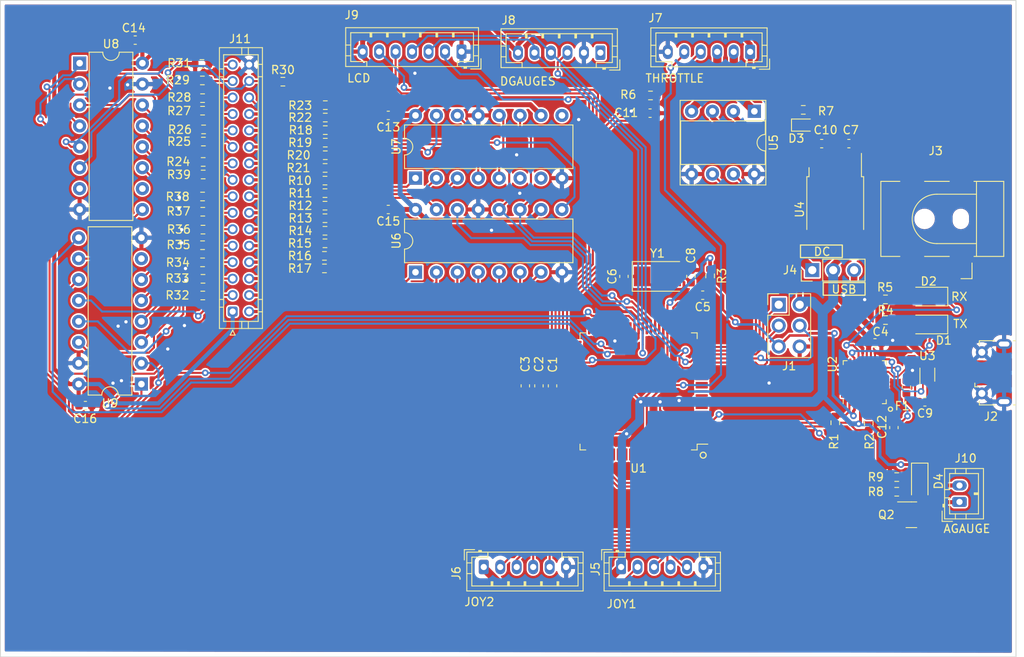
<source format=kicad_pcb>
(kicad_pcb (version 20221018) (generator pcbnew)
  (layers (0 "F.Cu" signal) (31 "B.Cu" signal) (34 "B.Paste" user) (35 "F.Paste" user) (36 "B.SilkS" user "B.Silkscreen") (37 "F.SilkS" user "F.Silkscreen") (38 "B.Mask" user) (39 "F.Mask" user) (44 "Edge.Cuts" user))
  (net 0 "")
  (net 2 "Net-(J4-Pin_3)")
  (net 3 "Net-(U3-GND)")
  (net 5 "/JOY1_PB")
  (net 9 "Net-(J7-Pin_2)")
  (net 10 "Net-(J7-Pin_3)")
  (net 32 "/JOY2_PB")
  (net 33 "/DG_LATCH")
  (net 34 "Net-(J9-Pin_2)")
  (net 35 "Net-(J9-Pin_5)")
  (net 36 "Net-(J9-Pin_6)")
  (net 37 "Net-(D4-A)")
  (net 67 "Net-(J6-Pin_3)")
  (net 68 "Net-(J6-Pin_4)")
  (net 69 "Net-(J6-Pin_5)")
  (net 82 "/MISO")
  (net 83 "+5V")
  (net 84 "/SCK")
  (net 85 "/MOSI")
  (net 86 "/RESET")
  (net 87 "GND")
  (net 88 "Net-(U2-TXD)")
  (net 89 "Net-(U2-RXD)")
  (net 90 "Net-(J2-VBUS)")
  (net 91 "Net-(J2-D-)")
  (net 92 "Net-(J2-D+)")
  (net 94 "Net-(J4-Pin_1)")
  (net 96 "Net-(U1-XTAL1)")
  (net 97 "Net-(U1-XTAL2)")
  (net 98 "Net-(D1-K)")
  (net 99 "Net-(D1-A)")
  (net 100 "Net-(D2-K)")
  (net 101 "Net-(D2-A)")
  (net 102 "/FTDI_TX")
  (net 103 "/FTDI_RX")
  (net 104 "/D+")
  (net 105 "/D-")
  (net 106 "VDD")
  (net 107 "Net-(J5-Pin_3)")
  (net 108 "Net-(J5-Pin_4)")
  (net 109 "Net-(J5-Pin_5)")
  (net 111 "/THROTTLE_UP")
  (net 112 "/THROTTLE_DOWN")
  (net 114 "/THROTTLE_TOUCH")
  (net 115 "/THROTTLE_POT")
  (net 116 "Net-(U1-PG0)")
  (net 117 "Net-(U2-3V3OUT)")
  (net 118 "Net-(D3-A)")
  (net 119 "Net-(Q2-B)")
  (net 120 "Net-(U1-PE3)")
  (net 121 "Net-(U6-QA)")
  (net 122 "Net-(U6-QB)")
  (net 123 "Net-(U6-QC)")
  (net 124 "Net-(U6-QD)")
  (net 125 "Net-(U6-QE)")
  (net 126 "Net-(U6-QF)")
  (net 127 "Net-(U6-QG)")
  (net 128 "Net-(U6-QH)")
  (net 129 "Net-(U7-QA)")
  (net 130 "Net-(U7-QB)")
  (net 131 "Net-(U7-QC)")
  (net 132 "Net-(U7-QD)")
  (net 133 "Net-(U7-QE)")
  (net 134 "Net-(U7-QF)")
  (net 135 "Net-(U1-PL0)")
  (net 136 "Net-(U1-PL1)")
  (net 137 "Net-(U1-PL2)")
  (net 138 "Net-(U6-QH')")
  (net 140 "Net-(U8-Q7)")
  (net 141 "/SAS_LATCH")
  (net 142 "/SAS_SCK")
  (net 143 "/SAS_SEROUT")
  (net 144 "/U6Q7")
  (net 145 "/U9D0")
  (net 146 "/U6Q6")
  (net 147 "/U9D1")
  (net 148 "/U6Q5")
  (net 149 "/U9D2")
  (net 150 "/U6Q4")
  (net 151 "/U9D3")
  (net 152 "/U6Q3")
  (net 153 "/U9D4")
  (net 154 "/U6Q2")
  (net 155 "/U9D5")
  (net 156 "/U6Q1")
  (net 157 "/U9D6")
  (net 158 "/U6Q0")
  (net 159 "/U9D7")
  (net 160 "/U7Q3")
  (net 161 "/U8D0")
  (net 162 "/U7Q2")
  (net 163 "/U8D1")
  (net 164 "/U7Q1")
  (net 165 "/U8D2")
  (net 166 "/U7Q0")
  (net 167 "/U8D3")
  (net 168 "/U7Q4")
  (net 169 "/U8D4")
  (net 170 "/U7Q5")
  (net 171 "/U8D5")
  (net 172 "/U8D6")
  (net 173 "/U8D7")
  (footprint "Package_TO_SOT_SMD:TO-252-2" (layer "F.Cu") (at 182.526 47.077 -90)
    (fp_text reference "U4")
    (fp_text value "AIP78M05")
  )
  (footprint "Resistor_SMD:R_0603_1608Metric" (layer "F.Cu") (at 105.725 46.175 180)
    (fp_text reference "R38")
    (fp_text value "10K")
  )
  (footprint "Capacitor_SMD:C_0603_1608Metric" (layer "F.Cu") (at 91.5 71.575)
    (fp_text reference "C16")
    (fp_text value "0.1 µf" hide)
  )
  (footprint "Resistor_SMD:R_0603_1608Metric" (layer "F.Cu") (at 188.628 58.674 180)
    (fp_text reference "R5")
    (fp_text value "1k" hide)
  )
  (footprint "Connector_JST:JST_PH_B2B-PH-K_1x02_P2.00mm_Vertical" (layer "F.Cu") (at 197.612 83.28 90)
    (fp_text reference "J10")
    (fp_text value "Conn_01x02_Pin")
  )
  (footprint "Diode_SMD:D_SOD-123F" (layer "F.Cu") (at 192.786 80.772 -90)
    (fp_text reference "D4")
    (fp_text value "1N4002" hide)
  )
  (footprint "Capacitor_SMD:C_0603_1608Metric" (layer "F.Cu") (at 180.881 39.751 180)
    (fp_text reference "C10")
    (fp_text value "100nF" hide)
  )
  (footprint "Resistor_SMD:R_0603_1608Metric" (layer "F.Cu") (at 115.475 32.225)
    (fp_text reference "R30")
    (fp_text value "10K" hide)
  )
  (footprint "Resistor_SMD:R_0603_1608Metric" (layer "F.Cu") (at 105.775 50.2 180)
    (fp_text reference "R36")
    (fp_text value "10K" hide)
  )
  (footprint "Resistor_SMD:R_0603_1608Metric" (layer "F.Cu") (at 105.85 38.025 180)
    (fp_text reference "R26")
    (fp_text value "10K" hide)
  )
  (footprint "Resistor_SMD:R_0603_1608Metric" (layer "F.Cu") (at 105.725 54.175 180)
    (fp_text reference "R34")
    (fp_text value "10K" hide)
  )
  (footprint "Resistor_SMD:R_0603_1608Metric" (layer "F.Cu") (at 105.8 43.5 180)
    (fp_text reference "R39")
    (fp_text value "10K" hide)
  )
  (footprint "Resistor_SMD:R_0603_1608Metric" (layer "F.Cu") (at 120.62 39.632)
    (fp_text reference "R19")
    (fp_text value "R?" hide)
  )
  (footprint "Connector_JST:JST_PH_B6B-PH-K_1x06_P2.00mm_Vertical" (layer "F.Cu") (at 139.86 91.186)
    (fp_text reference "J6")
    (fp_text value "JOY2" hide)
  )
  (footprint "Capacitor_SMD:C_0603_1608Metric" (layer "F.Cu") (at 193.408 71.12)
    (fp_text reference "C9")
    (fp_text value "100nF" hide)
  )
  (footprint "Resistor_SMD:R_0603_1608Metric" (layer "F.Cu") (at 105.65 30.075 180)
    (fp_text reference "R31")
    (fp_text value "10K" hide)
  )
  (footprint "Resistor_SMD:R_0603_1608Metric" (layer "F.Cu") (at 120.585 47.29)
    (fp_text reference "R12")
    (fp_text value "R?" hide)
  )
  (footprint "Resistor_SMD:R_0603_1608Metric" (layer "F.Cu") (at 120.585 48.814)
    (fp_text reference "R13")
    (fp_text value "R?" hide)
  )
  (footprint "Package_DIP:DIP-16_W7.62mm" (layer "F.Cu") (at 98.3 68.965 180)
    (fp_text reference "U9")
    (fp_text value "74HC165" hide)
  )
  (footprint "Capacitor_SMD:C_0603_1608Metric" (layer "F.Cu") (at 156.878 55.88 90)
    (fp_text reference "C6")
    (fp_text value "22pF")
  )
  (footprint "Resistor_SMD:R_0603_1608Metric" (layer "F.Cu") (at 105.7 32.075 180)
    (fp_text reference "R29")
    (fp_text value "10K" hide)
  )
  (footprint "Resistor_SMD:R_0603_1608Metric" (layer "F.Cu") (at 120.625 35.075)
    (fp_text reference "R23")
    (fp_text value "R?")
  )
  (footprint "Resistor_SMD:R_0603_1608Metric" (layer "F.Cu") (at 120.62 38.112)
    (fp_text reference "R18")
    (fp_text value "R?" hide)
  )
  (footprint "Capacitor_SMD:C_0603_1608Metric" (layer "F.Cu") (at 148.209 69.179 -90)
    (fp_text reference "C1")
    (fp_text value "0.1uF" hide)
  )
  (footprint "Connector_BarrelJack:BarrelJack_CLIFF_FC681465S_SMT_Horizontal" (layer "F.Cu") (at 194.872 48.895 180)
    (fp_text reference "J3")
    (fp_text value "DEALON DC-S050-200 " hide)
  )
  (footprint "Resistor_SMD:R_0603_1608Metric" (layer "F.Cu") (at 105.75 58.2 180)
    (fp_text reference "R32")
    (fp_text value "10K" hide)
  )
  (footprint "Capacitor_SMD:C_0603_1608Metric" (layer "F.Cu") (at 166.439 58.166 180)
    (fp_text reference "C5")
    (fp_text value "0.1uF")
  )
  (footprint "Resistor_SMD:R_0603_1608Metric" (layer "F.Cu") (at 182.532 73.66 -90)
    (fp_text reference "R1")
    (fp_text value "1k" hide)
  )
  (footprint "Resistor_SMD:R_0603_1608Metric" (layer "F.Cu") (at 160.1 33.9 180)
    (fp_text reference "R6")
    (fp_text value "1M" hide)
  )
  (footprint "Connector_JST:JST_PH_B6B-PH-K_1x06_P2.00mm_Vertical" (layer "F.Cu") (at 154.018 28.702 180)
    (fp_text reference "J8")
    (fp_text value "DGAUGES" hide)
  )
  (footprint "Resistor_SMD:R_0603_1608Metric" (layer "F.Cu") (at 120.6 42.702)
    (fp_text reference "R21")
    (fp_text value "R?" hide)
  )
  (footprint "Capacitor_SMD:C_0603_1608Metric" (layer "F.Cu") (at 97.55 27.175 180)
    (fp_text reference "C14")
    (fp_text value "0.1 µf" hide)
  )
  (footprint "Package_QFP:TQFP-100_14x14mm_P0.5mm" (layer "F.Cu") (at 158.656 69.85 180)
    (fp_text reference "U1")
    (fp_text value "ATmega2560-16A")
  )
  (footprint "Package_TO_SOT_SMD:SOT-666" (layer "F.Cu") (at 193.708 67.818 90)
    (fp_text reference "U3")
    (fp_text value "USBLC6-2P6" hide)
  )
  (footprint "Capacitor_SMD:C_0603_1608Metric" (layer "F.Cu") (at 160.05 36.05)
    (fp_text reference "C11")
    (fp_text value "50pF" hide)
  )
  (footprint "Connector_JST:JST_PH_B6B-PH-K_1x06_P2.00mm_Vertical" (layer "F.Cu") (at 172.2 28.6 180)
    (fp_text reference "J7")
    (fp_text value "Conn_01x06_Pin" hide)
  )
  (footprint "Resistor_SMD:R_0603_1608Metric" (layer "F.Cu") (at 120.585 44.242)
    (fp_text reference "R10")
    (fp_text value "R?" hide)
  )
  (footprint "Resistor_SMD:R_0603_1608Metric" (layer "F.Cu") (at 120.522 53.386)
    (fp_text reference "R16")
    (fp_text value "R?" hide)
  )
  (footprint "Connector_JST:JST_PHD_B32B-PHDSS_2x16_P2.00mm_Vertical" (layer "F.Cu") (at 109.38 60.15 90)
    (fp_text reference "J11")
    (fp_text value "Conn_02x16_Counter_Clockwise" hide)
  )
  (footprint "Package_DIP:DIP-8_W7.62mm_Socket" (layer "F.Cu") (at 172.71 35.824 -90)
    (fp_text reference "U5")
    (fp_text value "L9110")
  )
  (footprint "Resistor_SMD:R_0603_1608Metric" (layer "F.Cu") (at 105.8 41.975 180)
    (fp_text reference "R24")
    (fp_text value "10K" hide)
  )
  (footprint "Capacitor_SMD:C_0603_1608Metric" (layer "F.Cu") (at 144.907 69.179 -90)
    (fp_text reference "C3")
    (fp_text value "0.1uF" hide)
  )
  (footprint "LED_SMD:LED_0603_1608Metric" (layer "F.Cu") (at 178.7025 37.49875)
    (fp_text reference "D3")
    (fp_text value "GREEN ON")
  )
  (footprint "Resistor_SMD:R_0603_1608Metric" (layer "F.Cu") (at 186.596 73.723 -90)
    (fp_text reference "R2")
    (fp_text value "1k" hide)
  )
  (footprint "Connector_JST:JST_PH_B6B-PH-K_1x06_P2.00mm_Vertical" (layer "F.Cu") (at 156.53 91.186)
    (fp_text reference "J5")
    (fp_text value "JOY1" hide)
  )
  (footprint "Resistor_SMD:R_0603_1608Metric" (layer "F.Cu") (at 120.585 45.766)
    (fp_text reference "R11")
    (fp_text value "R?" hide)
  )
  (footprint "Capacitor_SMD:C_0603_1608Metric" (layer "F.Cu") (at 128.27 47.752 180)
    (fp_text reference "C15")
    (fp_text value "0.1 µf")
  )
  (footprint "Package_TO_SOT_SMD:SOT-23" (layer "F.Cu") (at 191.77 84.836)
    (fp_text reference "Q2")
    (fp_text value "BC849" hide)
  )
  (footprint "Connector_JST:JST_PH_B7B-PH-K_1x07_P2.00mm_Vertical" (layer "F.Cu") (at 137.16 28.575 180)
    (fp_text reference "J9")
    (fp_text value "LCD" hide)
  )
  (footprint "Resistor_SMD:R_0603_1608Metric" (layer "F.Cu") (at 105.725 35.75 180)
    (fp_text reference "R27")
    (fp_text value "10K" hide)
  )
  (footprint "LED_SMD:LED_1206_3216Metric" (layer "F.Cu") (at 193.899 58.332 180)
    (fp_text reference "D2")
    (fp_text value "LED" hide)
  )
  (footprint "Capacitor_SMD:C_0603_1608Metric" (layer "F.Cu") (at 128.27 36.322 180)
    (fp_text reference "C13")
    (fp_text value "0.1 µf")
  )
  (footprint "Resistor_SMD:R_0603_1608Metric" (layer "F.Cu") (at 167.3352 55.817 -90)
    (fp_text reference "R3")
    (fp_text value "10K" hide)
  )
  (footprint "Package_DFN_QFN:HVQFN-32-1EP_5x5mm_P0.5mm_EP3.1x3.1mm" (layer "F.Cu") (at 186.108 68.7315 90)
    (fp_text reference "U2")
    (fp_text value "FT232RL" hide)
  )
  (footprint "Fuse:Fuse_0603_1608Metric" (layer "F.Cu") (at 191.168 69.342 90)
    (fp_text reference "F1")
    (fp_text value "500mA Poly" hide)
  )
  (footprint "Capacitor_SMD:C_0603_1608Metric" (layer "F.Cu") (at 184.183 39.751 180)
    (fp_text reference "C7")
    (fp_text value "330nF" hide)
  )
  (footprint "Resistor_SMD:R_0603_1608Metric" (layer "F.Cu") (at 120.62 41.162)
    (fp_text reference "R20")
    (fp_text value "R?" hide)
  )
  (footprint "Capacitor_SMD:C_0603_1608Metric" (layer "F.Cu") (at 165.006 55.88 90)
    (fp_text reference "C8")
    (fp_text value "22pF")
  )
  (footprint "Resistor_SMD:R_0603_1608Metric" (layer "F.Cu") (at 120.585 50.338)
    (fp_text reference "R14")
    (fp_text value "R?" hide)
  )
  (footprint "Resistor_SMD:R_0603_1608Metric" (layer "F.Cu") (at 120.522 54.91)
    (fp_text reference "R17")
    (fp_text value "R?" hide)
  )
  (footprint "LED_SMD:LED_1206_3216Metric" (layer "F.Cu") (at 193.899 61.722 180)
    (fp_text reference "D1")
    (fp_text value "LED" hide)
  )
  (footprint "Capacitor_SMD:C_0603_1608Metric" (layer "F.Cu") (at 187.3504 63.9572)
    (fp_text reference "C4")
    (fp_text value "100nF" hide)
  )
  (footprint "Resistor_SMD:R_0603_1608Metric" (layer "F.Cu") (at 189.992 82.042)
    (fp_text reference "R8")
    (fp_text value "470" hide)
  )
  (footprint "Resistor_SMD:R_0603_1608Metric" (layer "F.Cu") (at 120.585 51.862)
    (fp_text reference "R15")
    (fp_text value "R?" hide)
  )
  (footprint "Package_DIP:DIP-16_W7.62mm" (layer "F.Cu") (at 90.8 29.975)
    (fp_text reference "U8")
    (fp_text value "74HC165" hide)
  )
  (footprint "Resistor_SMD:R_0603_1608Metric" (layer "F.Cu") (at 105.725 34.225 180)
    (fp_text reference "R28")
    (fp_text value "10K" hide)
  )
  (footprint "Crystal:Crystal_SMD_5032-2Pin_5.0x3.2mm" (layer "F.Cu") (at 160.942 55.88)
    (fp_text reference "Y1")
    (fp_text value "16Mhz")
  )
  (footprint "Connector_PinHeader_2.54mm:PinHeader_1x03_P2.54mm_Vertical" (layer "F.Cu") (at 179.738 55.118 90)
    (fp_text reference "J4")
    (fp_text value "PWR_SELECT" hide)
  )
  (footprint "Capacitor_SMD:C_0603_1608Metric" (layer "F.Cu") (at 146.558 69.179 -90)
    (fp_text reference "C2")
    (fp_text value "0.1uF" hide)
  )
  (footprint "Resistor_SMD:R_0603_1608Metric" (layer "F.Cu") (at 188.628 61.184 180)
    (fp_text reference "R4")
    (fp_text value "1k" hide)
  )
  (footprint "Package_DIP:DIP-16_W7.62mm" (layer "F.Cu") (at 131.572 43.942 90)
    (fp_text reference "U7")
    (fp_text value "74HC595")
  )
  (footprint "Capacitor_SMD:C_0603_1608Metric" (layer "F.Cu") (at 189.65 74.25 -90)
    (fp_text reference "C12")
    (fp_text value "100nF" hide)
  )
  (footprint "Resistor_SMD:R_0603_1608Metric" (layer "F.Cu") (at 105.725 52.095 180)
    (fp_text reference "R35")
    (fp_text value "10K" hide)
  )
  (footprint "Resistor_SMD:R_0603_1608Metric" (layer "F.Cu") (at 178.65 35.65 180)
    (fp_text reference "R7")
    (fp_text value "1k" hide)
  )
  (footprint "Connector_USB:USB_Micro-B_Molex-105017-0001" (layer "F.Cu") (at 201.7847 67.594 90)
    (fp_text reference "J2")
    (fp_text value "USB_B_Micro" hide)
  )
  (footprint "Package_DIP:DIP-16_W7.62mm" (layer "F.Cu") (at 131.572 55.372 90)
    (fp_text reference "U6")
    (fp_text value "74HC595")
  )
  (footprint "Resistor_SMD:R_0603_1608Metric" (layer "F.Cu") (at 189.992 80.264)
    (fp_text reference "R9")
    (fp_text value "10K" hide)
  )
  (footprint "Resistor_SMD:R_0603_1608Metric" (layer "F.Cu") (at 120.62 36.582)
    (fp_text reference "R22")
    (fp_text value "R?" hide)
  )
  (footprint "Resistor_SMD:R_0603_1608Metric" (layer "F.Cu") (at 105.75 48.025 180)
    (fp_text reference "R37")
    (fp_text value "10K" hide)
  )
  (footprint "Resistor_SMD:R_0603_1608Metric" (layer "F.Cu") (at 105.775 56.175 180)
    (fp_text reference "R33")
    (fp_text value "10K" hide)
  )
  (footprint "Resistor_SMD:R_0603_1608Metric" (layer "F.Cu") (at 105.825 39.5 180)
    (fp_text reference "R25")
    (fp_text value "10K" hide)
  )
  (footprint "Connector_PinHeader_2.54mm:PinHeader_2x03_P2.54mm_Vertical" (layer "F.Cu") (at 175.669 59.32)
    (fp_text reference "J1")
    (fp_text value "ICSP")
  )
  (gr_circle (center 189.23 72.009) (end 188.976 72.009) (stroke (width 0.15)) (fill none) (layer "F.SilkS"))
  (gr_rect (start 181.068 56.6258) (end 186.148 58.166) (stroke (width 0.15)) (fill none) (layer "F.SilkS"))
  (gr_rect (start 178.308 52.07) (end 183.388 53.594) (stroke (width 0.15)) (fill none) (layer "F.SilkS"))
  (gr_circle (center 166.497 77.597) (end 166.243 77.343) (stroke (width 0.15)) (fill none) (layer "F.SilkS"))
  (gr_rect (start 81.184 22.352) (end 204.47 102.108) (stroke (width 0.1)) (fill none) (layer "Edge.Cuts"))
  (gr_text "LCD" (at 123.19 32.385) (layer "F.SilkS") (effects (font (size 1 1)) (justify left bottom)))
  (gr_text "THROTTLE" (at 159.4 32.4) (layer "F.SilkS") (effects (font (size 1 1)) (justify left bottom)))
  (gr_text "TX" (at 196.756 62.23) (layer "F.SilkS") (effects (font (size 1 1)) (justify left bottom)))
  (gr_text "AGAUGE" (at 195.58 87.122) (layer "F.SilkS") (effects (font (size 1 1)) (justify left bottom)))
  (gr_text "RX" (at 196.502 58.928) (layer "F.SilkS") (effects (font (size 1 1)) (justify left bottom)))
  (gr_text "DGAUGES" (at 141.732 32.766) (layer "F.SilkS") (effects (font (size 1 1)) (justify left bottom)))
  (gr_text "JOY1" (at 154.686 96.266) (layer "F.SilkS") (effects (font (size 1 1)) (justify left bottom)))
  (gr_text "JOY2" (at 137.414 96.012) (layer "F.SilkS") (effects (font (size 1 1)) (justify left bottom)))
  (gr_text "DC" (at 179.832 53.467) (layer "F.SilkS") (effects (font (size 1 1)) (justify left bottom)))
  (gr_text "USB" (at 181.991 58.039) (layer "F.SilkS") (effects (font (size 1 1)) (justify left bottom)))
  (segment (start 191.643 68.5545) (end 191.168 68.5545) (width 0.25) (layer "F.Cu") (net 2))
  (segment (start 192.221 70.708) (end 192.221 69.1325) (width 0.25) (layer "F.Cu") (net 2))
  (segment (start 192.3035 68.5545) (end 191.643 68.5545) (width 0.25) (layer "F.Cu") (net 2))
  (segment (start 193.708 66.893) (end 193.708 67.518) (width 0.25) (layer "F.Cu") (net 2))
  (segment (start 192.633 71.12) (end 192.221 70.708) (width 0.25) (layer "F.Cu") (net 2))
  (segment (start 187.198 62.484) (end 184.818 60.104) (width 0.8) (layer "F.Cu") (net 2))
  (segment (start 193.708 66.893) (end 193.708 66.04) (width 0.3) (layer "F.Cu") (net 2))
  (segment (start 193.154 68.072) (end 192.786 68.072) (width 0.25) (layer "F.Cu") (net 2))
  (segment (start 193.708 66.04) (end 190.152 62.484) (width 0.8) (layer "F.Cu") (net 2))
  (segment (start 190.152 62.484) (end 187.198 62.484) (width 0.8) (layer "F.Cu") (net 2))
  (segment (start 193.708 67.518) (end 193.154 68.072) (width 0.25) (layer "F.Cu") (net 2))
  (segment (start 192.786 68.072) (end 192.3035 68.5545) (width 0.25) (layer "F.Cu") (net 2))
  (segment (start 192.221 69.1325) (end 191.643 68.5545) (width 0.25) (layer "F.Cu") (net 2))
  (segment (start 184.818 60.104) (end 184.818 55.118) (width 0.8) (layer "F.Cu") (net 2))
  (segment (start 194.183 71.12) (end 193.708 70.645) (width 0.25) (layer "F.Cu") (net 3))
  (segment (start 193.708 70.645) (end 193.708 68.743) (width 0.25) (layer "F.Cu") (net 3))
  (segment (start 138.43 92.127087) (end 138.43 90.17) (width 0.25) (layer "F.Cu") (net 5))
  (segment (start 158.256 81.406) (end 156.109919 81.406) (width 0.25) (layer "F.Cu") (net 5))
  (segment (start 158.604416 86.8) (end 159.256 86.148416) (width 0.25) (layer "F.Cu") (net 5))
  (segment (start 139.4 89.2) (end 143.677208 89.2) (width 0.25) (layer "F.Cu") (net 5))
  (segment (start 140.917913 94.615) (end 138.43 92.127087) (width 0.25) (layer "F.Cu") (net 5))
  (segment (start 158.53 91.186) (end 155.101 94.615) (width 0.25) (layer "F.Cu") (net 5))
  (segment (start 159.256 82.406) (end 158.256 81.406) (width 0.25) (layer "F.Cu") (net 5))
  (segment (start 155.101 94.615) (end 140.917913 94.615) (width 0.25) (layer "F.Cu") (net 5))
  (segment (start 156.109919 81.406) (end 153.156 78.452081) (width 0.25) (layer "F.Cu") (net 5))
  (segment (start 153.156 78.452081) (end 153.156 77.5125) (width 0.25) (layer "F.Cu") (net 5))
  (segment (start 143.677208 89.2) (end 146.077208 86.8) (width 0.25) (layer "F.Cu") (net 5))
  (segment (start 146.077208 86.8) (end 158.604416 86.8) (width 0.25) (layer "F.Cu") (net 5))
  (segment (start 159.256 86.148416) (end 159.256 82.406) (width 0.25) (layer "F.Cu") (net 5))
  (segment (start 138.43 90.17) (end 139.4 89.2) (width 0.25) (layer "F.Cu") (net 5))
  (segment (start 170.212 28.612) (end 170.2 28.6) (width 1) (layer "F.Cu") (net 9))
  (segment (start 170.212 33.326) (end 170.212 28.612) (width 1) (layer "F.Cu") (net 9))
  (segment (start 172.71 35.824) (end 170.212 33.326) (width 1) (layer "F.Cu") (net 9))
  (segment (start 165.09 35.57) (end 168.212 32.448) (width 1) (layer "F.Cu") (net 10))
  (segment (start 165.09 35.824) (end 165.09 35.57) (width 1) (layer "F.Cu") (net 10))
  (segment (start 168.212 28.612) (end 168.2 28.6) (width 1) (layer "F.Cu") (net 10))
  (segment (start 168.212 32.448) (end 168.212 28.612) (width 1) (layer "F.Cu") (net 10))
  (segment (start 159.706 82.219604) (end 158.442396 80.956) (width 0.25) (layer "F.Cu") (net 32))
  (segment (start 158.790812 87.25) (end 159.706 86.334812) (width 0.25) (layer "F.Cu") (net 32))
  (segment (start 156.296315 80.956) (end 153.656 78.315685) (width 0.25) (layer "F.Cu") (net 32))
  (segment (start 158.442396 80.956) (end 156.296315 80.956) (width 0.25) (layer "F.Cu") (net 32))
  (segment (start 141.86 91.186) (end 143.06 89.986) (width 0.25) (layer "F.Cu") (net 32))
  (segment (start 143.527604 89.986) (end 146.263604 87.25) (width 0.25) (layer "F.Cu") (net 32))
  (segment (start 159.706 86.334812) (end 159.706 82.219604) (width 0.25) (layer "F.Cu") (net 32))
  (segment (start 153.656 78.315685) (end 153.656 77.5125) (width 0.25) (layer "F.Cu") (net 32))
  (segment (start 146.263604 87.25) (end 158.790812 87.25) (width 0.25) (layer "F.Cu") (net 32))
  (segment (start 143.06 89.986) (end 143.527604 89.986) (width 0.25) (layer "F.Cu") (net 32))
  (segment (start 152.725 66.35) (end 150.9935 66.35) (width 0.25) (layer "F.Cu") (net 33))
  (segment (start 148.844 31.242) (end 148.844 29.876) (width 0.25) (layer "F.Cu") (net 33))
  (segment (start 153.035 66.04) (end 152.725 66.35) (width 0.25) (layer "F.Cu") (net 33))
  (segment (start 148.844 29.876) (end 150.018 28.702) (width 0.25) (layer "F.Cu") (net 33))
  (via (at 148.844 31.242) (size 0.8) (drill 0.4) (layers "F.Cu" "B.Cu") (net 33))
  (via (at 153.035 66.04) (size 0.8) (drill 0.4) (layers "F.Cu" "B.Cu") (net 33))
  (segment (start 160.7 64.7) (end 159.36 66.04) (width 0.25) (layer "B.Cu") (net 33))
  (segment (start 149.793208 31.75) (end 158.612 40.568792) (width 0.25) (layer "B.Cu") (net 33))
  (segment (start 160.7 63.420792) (end 160.7 64.7) (width 0.25) (layer "B.Cu") (net 33))
  (segment (start 158.612 61.332792) (end 160.7 63.420792) (width 0.25) (layer "B.Cu") (net 33))
  (segment (start 149.352 31.75) (end 149.793208 31.75) (width 0.25) (layer "B.Cu") (net 33))
  (segment (start 159.36 66.04) (end 153.035 66.04) (width 0.25) (layer "B.Cu") (net 33))
  (segment (start 158.612 40.568792) (end 158.612 61.332792) (width 0.25) (layer "B.Cu") (net 33))
  (segment (start 148.844 31.242) (end 149.352 31.75) (width 0.25) (layer "B.Cu") (net 33))
  (segment (start 152.654 34.284208) (end 152.654 54.229705) (width 0.25) (layer "F.Cu") (net 34))
  (segment (start 150.114 34.38) (end 150.3885 34.1055) (width 0.25) (layer "F.Cu") (net 34))
  (segment (start 152.832708 34.1055) (end 152.654 34.284208) (width 0.25) (layer "F.Cu") (net 34))
  (segment (start 149.710416 65.85) (end 150.9935 65.85) (width 0.25) (layer "F.Cu") (net 34))
  (segment (start 148.125 58.758705) (end 148.125 64.264584) (width 0.25) (layer "F.Cu") (net 34))
  (segment (start 150.3885 34.1055) (end 152.832708 34.1055) (width 0.25) (layer "F.Cu") (net 34))
  (segment (start 152.654 54.229705) (end 148.125 58.758705) (width 0.25) (layer "F.Cu") (net 34))
  (segment (start 148.125 64.264584) (end 149.710416 65.85) (width 0.25) (layer "F.Cu") (net 34))
  (via (at 150.114 34.38) (size 0.8) (drill 0.4) (layers "F.Cu" "B.Cu") (net 34))
  (segment (start 150.114 34.38) (end 142.205 34.38) (width 0.25) (layer "B.Cu") (net 34))
  (segment (start 137.025 31.325) (end 135.16 29.46) (width 0.25) (layer "B.Cu") (net 34))
  (segment (start 135.16 29.46) (end 135.16 28.575) (width 0.25) (layer "B.Cu") (net 34))
  (segment (start 139.15 31.325) (end 137.025 31.325) (width 0.25) (layer "B.Cu") (net 34))
  (segment (start 142.205 34.38) (end 139.15 31.325) (width 0.25) (layer "B.Cu") (net 34))
  (segment (start 129.874695 33.6555) (end 129.16 32.940805) (width 0.25) (layer "F.Cu") (net 35))
  (segment (start 153.104 34.470604) (end 153.282708 34.291896) (width 0.25) (layer "F.Cu") (net 35))
  (segment (start 153.019104 33.6555) (end 129.874695 33.6555) (width 0.25) (layer "F.Cu") (net 35))
  (segment (start 153.282708 33.919104) (end 153.019104 33.6555) (width 0.25) (layer "F.Cu") (net 35))
  (segment (start 148.575 64.078188) (end 148.575 58.945101) (width 0.25) (layer "F.Cu") (net 35))
  (segment (start 148.575 58.945101) (end 153.104 54.416101) (width 0.25) (layer "F.Cu") (net 35))
  (segment (start 149.846812 65.35) (end 148.575 64.078188) (width 0.25) (layer "F.Cu") (net 35))
  (segment (start 153.104 54.416101) (end 153.104 34.470604) (width 0.25) (layer "F.Cu") (net 35))
  (segment (start 129.16 32.940805) (end 129.16 28.575) (width 0.25) (layer "F.Cu") (net 35))
  (segment (start 150.9935 65.35) (end 149.846812 65.35) (width 0.25) (layer "F.Cu") (net 35))
  (segment (start 153.282708 34.291896) (end 153.282708 33.919104) (width 0.25) (layer "F.Cu") (net 35))
  (segment (start 150.9935 64.85) (end 149.983208 64.85) (width 0.25) (layer "F.Cu") (net 36))
  (segment (start 153.554 54.602497) (end 153.554 34.657) (width 0.25) (layer "F.Cu") (net 36))
  (segment (start 149.983208 64.85) (end 149.025 63.891792) (width 0.25) (layer "F.Cu") (net 36))
  (segment (start 153.732708 34.478292) (end 153.732708 33.732708) (width 0.25) (layer "F.Cu") (net 36))
  (segment (start 153.554 34.657) (end 153.732708 34.478292) (width 0.25) (layer "F.Cu") (net 36))
  (segment (start 149.025 59.131497) (end 153.554 54.602497) (width 0.25) (layer "F.Cu") (net 36))
  (segment (start 153.2055 33.2055) (end 130.45 33.2055) (width 0.25) (layer "F.Cu") (net 36))
  (segment (start 130.45 33.2055) (end 130.175 32.9305) (width 0.25) (layer "F.Cu") (net 36))
  (segment (start 153.732708 33.732708) (end 153.2055 33.2055) (width 0.25) (layer "F.Cu") (net 36))
  (segment (start 149.025 63.891792) (end 149.025 59.131497) (width 0.25) (layer "F.Cu") (net 36))
  (via (at 130.175 32.9305) (size 0.8) (drill 0.4) (layers "F.Cu" "B.Cu") (net 36))
  (segment (start 130.175 32.9305) (end 130.175 31.59) (width 0.25) (layer "B.Cu") (net 36))
  (segment (start 130.175 31.59) (end 127.16 28.575) (width 0.25) (layer "B.Cu") (net 36))
  (segment (start 192.786 82.172) (end 192.786 84.7575) (width 0.5) (layer "F.Cu") (net 37))
  (segment (start 193.932 82.172) (end 195.072 83.312) (width 0.5) (layer "F.Cu") (net 37))
  (segment (start 195.072 83.312) (end 197.58 83.312) (width 0.5) (layer "F.Cu") (net 37))
  (segment (start 192.786 82.172) (end 193.932 82.172) (width 0.5) (layer "F.Cu") (net 37))
  (segment (start 192.786 84.7575) (end 192.7075 84.836) (width 0.5) (layer "F.Cu") (net 37))
  (segment (start 197.58 83.312) (end 197.612 83.28) (width 0.5) (layer "F.Cu") (net 37))
  (segment (start 160.156 86.521208) (end 158.977208 87.7) (width 0.25) (layer "F.Cu") (net 67))
  (segment (start 143.86 90.29) (end 143.86 91.186) (width 0.25) (layer "F.Cu") (net 67))
  (segment (start 158.977208 87.7) (end 146.45 87.7) (width 0.25) (layer "F.Cu") (net 67))
  (segment (start 160.156 77.5125) (end 160.156 86.521208) (width 0.25) (layer "F.Cu") (net 67))
  (segment (start 146.45 87.7) (end 143.86 90.29) (width 0.25) (layer "F.Cu") (net 67))
  (segment (start 160.706 78.365685) (end 160.706 86.607604) (width 0.25) (layer "F.Cu") (net 68))
  (segment (start 147.3 88.15) (end 145.86 89.59) (width 0.25) (layer "F.Cu") (net 68))
  (segment (start 159.163604 88.15) (end 147.3 88.15) (width 0.25) (layer "F.Cu") (net 68))
  (segment (start 145.86 89.59) (end 145.86 91.186) (width 0.25) (layer "F.Cu") (net 68))
  (segment (start 160.656 78.315685) (end 160.706 78.365685) (width 0.25) (layer "F.Cu") (net 68))
  (segment (start 160.656 77.5125) (end 160.656 78.315685) (width 0.25) (layer "F.Cu") (net 68))
  (segment (start 160.706 86.607604) (end 159.163604 88.15) (width 0.25) (layer "F.Cu") (net 68))
  (segment (start 147.86 89.49) (end 147.86 91.186) (width 0.25) (layer "F.Cu") (net 69))
  (segment (start 161.156 86.794) (end 159.35 88.6) (width 0.25) (layer "F.Cu") (net 69))
  (segment (start 148.75 88.6) (end 147.86 89.49) (width 0.25) (layer "F.Cu") (net 69))
  (segment (start 161.156 77.5125) (end 161.156 86.794) (width 0.25) (layer "F.Cu") (net 69))
  (segment (start 159.35 88.6) (end 148.75 88.6) (width 0.25) (layer "F.Cu") (net 69))
  (segment (start 173.177145 65.05695) (end 173.19505 65.05695) (width 0.25) (layer "F.Cu") (net 82))
  (segment (start 173.794 61.195) (end 175.669 59.32) (width 0.25) (layer "F.Cu") (net 82))
  (segment (start 166.3185 65.35) (end 172.884095 65.35) (width 0.25) (layer "F.Cu") (net 82))
  (segment (start 173.19505 65.05695) (end 173.794 64.458) (width 0.25) (layer "F.Cu") (net 82))
  (segment (start 173.794 64.458) (end 173.794 61.195) (width 0.25) (layer "F.Cu") (net 82))
  (segment (start 172.884095 65.35) (end 173.177145 65.05695) (width 0.25) (layer "F.Cu") (net 82))
  (segment (start 157.2 75) (end 155.35 75) (width 0.25) (layer "F.Cu") (net 83))
  (segment (start 187.803 58.674) (end 187.803 61.184) (width 0.8) (layer "F.Cu") (net 83))
  (segment (start 182.278 55.118) (end 182.278 59.088) (width 0.6) (layer "F.Cu") (net 83))
  (segment (start 117.275 28.6) (end 117.3 28.575) (width 0.5) (layer "F.Cu") (net 83))
  (segment (start 98.42 29.975) (end 101.17 27.225) (width 0.5) (layer "F.Cu") (net 83))
  (segment (start 145.542 26.162) (end 170.688 26.162) (width 0.6) (layer "F.Cu") (net 83))
  (segment (start 171.958 38.1) (end 170.17 36.312) (width 0.6) (layer "F.Cu") (net 83))
  (segment (start 131.572 36.322) (end 132.872 35.022) (width 0.6) (layer "F.Cu") (net 83))
  (segment (start 127 25.4) (end 125.16 27.24) (width 0.6) (layer "F.Cu") (net 83))
  (segment (start 129.032 34.036) (end 127 32.004) (width 0.6) (layer "F.Cu") (net 83))
  (segment (start 87.725 67.125) (end 89.565 68.965) (width 0.5) (layer "F.Cu") (net 83))
  (segment (start 170.688 26.162) (end 172.2 27.674) (width 0.6) (layer "F.Cu") (net 83))
  (segment (start 171.958 38.1) (end 169.164 38.1) (width 0.6) (layer "F.Cu") (net 83))
  (segment (start 154.244 93.472) (end 142.032522 93.472) (width 1) (layer "F.Cu") (net 83))
  (segment (start 93.55 27.6) (end 90.025 27.6) (width 0.5) (layer "F.Cu") (net 83))
  (segment (start 131.572 47.752) (end 132.872 49.052) (width 0.6) (layer "F.Cu") (net 83))
  (segment (start 152.13 68.85) (end 150.9935 68.85) (width 0.25) (layer "F.Cu") (net 83))
  (segment (start 162.156 62.1875) (end 162.156 59.365) (width 0.25) (layer "F.Cu") (net 83))
  (segment (start 164.561896 70.9615) (end 163.576 70.9615) (width 0.25) (layer "F.Cu") (net 83))
  (segment (start 186.358 66.294) (end 186.358 64.8858) (width 0.25) (layer "F.Cu") (net 83))
  (segment (start 150.9775 68.834) (end 150.9935 68.85) (width 0.25) (layer "F.Cu") (net 83))
  (segment (start 127 32.004) (end 127 30.988) (width 0.6) (layer "F.Cu") (net 83))
  (segment (start 186.583 63.393) (end 186.583 64.6608) (width 0.6) (layer "F.Cu") (net 83))
  (segment (start 145.512 49.052) (end 146.812 47.752) (width 0.6) (layer "F.Cu") (net 83))
  (segment (start 187.198 53.34) (end 183.468 53.34) (width 0.8) (layer "F.Cu") (net 83))
  (segment (start 186.358 64.8858) (end 186.5754 64.6684) (width 0.25) (layer "F.Cu") (net 83))
  (segment (start 101.17 27.225) (end 115.9 27.225) (width 0.5) (layer "F.Cu") (net 83))
  (segment (start 89.565 68.965) (end 90.68 68.965) (width 0.5) (layer "F.Cu") (net 83))
  (segment (start 174.752 39.37) (end 176.53 41.148) (width 0.6) (layer "F.Cu") (net 83))
  (segment (start 146.558 68.404) (end 144.907 68.404) (width 0.5) (layer "F.Cu") (net 83))
  (segment (start 169.164 38.1) (end 167.63 36.566) (width 0.6) (layer "F.Cu") (net 83))
  (segment (start 125.16 27.24) (end 125.16 28.575) (width 0.6) (layer "F.Cu") (net 83))
  (segment (start 172.2 28.6) (end 172.212 28.612) (width 0.6) (layer "F.Cu") (net 83))
  (segment (start 132.872 35.022) (end 145.512 35.022) (width 0.6) (layer "F.Cu") (net 83))
  (segment (start 90.025 27.6) (end 87.725 29.9) (width 0.5) (layer "F.Cu") (net 83))
  (segment (start 87.725 29.9) (end 87.725 67.125) (width 0.5) (layer "F.Cu") (net 83))
  (segment (start 164.656 75.511305) (end 164.656 77.5125) (width 0.25) (layer "F.Cu") (net 83))
  (segment (start 117.3 28.575) (end 125.16 28.575) (width 0.5) (layer "F.Cu") (net 83))
  (segment (start 182.278 54.53) (end 182.278 55.118) (width 0.8) (layer "F.Cu") (net 83))
  (segment (start 142.032522 93.472) (end 139.86 91.299478) (width 1) (layer "F.Cu") (net 83))
  (segment (start 185.858 72.022) (end 185.59 72.29) (width 0.25) (layer "F.Cu") (net 83))
  (segment (start 173.482 38.1) (end 171.958 38.1) (width 0.6) (layer "F.Cu") (net 83))
  (segment (start 129.045 47.752) (end 131.572 47.752) (width 0.6) (layer "F.Cu") (net 83))
  (segment (start 129.032 36.309) (end 129.032 34.036) (width 0.6) (layer "F.Cu") (net 83))
  (segment (start 132.872 49.052) (end 145.512 49.052) (width 0.6) (layer "F.Cu") (net 83))
  (segment (start 148.209 68.404) (end 146.558 68.404) (width 0.5) (layer "F.Cu") (net 83))
  (segment (start 190.5 78.74) (end 192.154 78.74) (width 0.35) (layer "F.Cu") (net 83))
  (segment (start 187.803 58.674) (end 187.803 53.945) (width 0.8) (layer "F.Cu") (net 83))
  (segment (start 186.858 66.294) (end 186.858 64.951) (width 0.25) (layer "F.Cu") (net 83))
  (segment (start 176.53 55.372) (end 178.209 57.051) (width 0.6) (layer "F.Cu") (net 83))
  (segment (start 167.3352 53.658) (end 167.3352 54.992) (width 0.45) (layer "F.Cu") (net 83))
  (segment (start 174.752 35.052) (end 174.752 39.37) (width 0.6) (layer "F.Cu") (net 83))
  (segment (start 195.326 81.28) (end 197.612 81.28) (width 0.5) (layer "F.Cu") (net 83))
  (segment (start 172.212 28.612) (end 172.212 32.512) (width 0.6) (layer "F.Cu") (net 83))
  (segment (start 187.803 53.945) (end 187.198 53.34) (width 0.8) (layer "F.Cu") (net 83))
  (segment (start 144.018 27.686) (end 145.542 26.162) (width 0.6) (layer "F.Cu") (net 83))
  (segment (start 185.59 73.57) (end 185.37 73.79) (width 0.35) (layer "F.Cu") (net 83))
  (segment (start 127 30.988) (end 125.16 29.148) (width 0.6) (layer "F.Cu") (net 83))
  (segment (start 172.2 27.674) (end 172.2 28.6) (width 0.6) (layer "F.Cu") (net 83))
  (segment (start 98.42 27.27) (end 98.325 27.175) (width 0.5) (layer "F.Cu") (net 83))
  (segment (start 192.154 78.74) (end 192.786 79.372) (width 0.35) (layer "F.Cu") (net 83))
  (segment (start 166.3185 71.35) (end 164.950396 71.35) (width 0.25) (layer "F.Cu") (net 83))
  (segment (start 144.018 28.702) (end 140.716 25.4) (width 0.6) (layer "F.Cu") (net 83))
  (segment (start 156.53 91.186) (end 154.244 93.472) (width 1) (layer "F.Cu") (net 83))
  (segment (start 186.858 64.951) (end 186.5754 64.6684) (width 0.25) (layer "F.Cu") (net 83))
  (segment (start 161.265598 72.120903) (end 164.656 75.511305) (width 0.25) (layer "F.Cu") (net 83))
  (segment (start 149.303 68.404) (end 149.733 68.834) (width 0.25) (layer "F.Cu") (net 83))
  (segment (start 162.156 62.1875) (end 162.156 67.874) (width 0.25) (layer "F.Cu") (net 83))
  (segment (start 155.35 75) (end 154.656 75.694) (width 0.25) (layer "F.Cu") (net 83))
  (segment (start 129.045 36.322) (end 131.572 36.322) (width 0.6) (layer "F.Cu") (net 83))
  (segment (start 98.42 29.975) (end 95.925 29.975) (width 0.5) (layer "F.Cu") (net 83))
  (segment (start 152.146 68.834) (end 152.13 68.85) (width 0.25) (layer "F.Cu") (net 83))
  (segment (start 162.156 67.874) (end 158.91 71.12) (width 0.25) (layer "F.Cu") (net 83))
  (segment (start 174.752 39.37) (end 173.482 38.1) (width 0.6) (layer "F.Cu") (net 83))
  (segment (start 125.16 29.148) (end 125.16 28.575) (width 0.6) (layer "F.Cu") (net 83))
  (segment (start 175.35 35.65) (end 174.752 35.052) (width 0.6) (layer "F.Cu") (net 83))
  (segment (start 158.91 71.12) (end 158.91 71.026) (width 0.25) (layer "F.Cu") (net 83))
  (segment (start 162.156 59.365) (end 162.466 59.055) (width 0.25) (layer "F.Cu") (net 83))
  (segment (start 140.716 25.4) (end 127 25.4) (width 0.6) (layer "F.Cu") (net 83))
  (segment (start 139.86 91.299478) (end 139.86 91.186) (width 1) (layer "F.Cu") (net 83))
  (segment (start 90.68 71.53) (end 90.725 71.575) (width 0.25) (layer "F.Cu") (net 83))
  (segment (start 148.209 68.404) (end 149.303 68.404) (width 0.25) (layer "F.Cu") (net 83))
  (segment (start 98.42 29.975) (end 98.42 27.27) (width 0.5) (layer "F.Cu") (net 83))
  (segment (start 167.63 36.566) (end 167.63 35.824) (width 0.6) (layer "F.Cu") (net 83))
  (segment (start 192.786 79.372) (end 193.418 79.372) (width 0.5) (layer "F.Cu") (net 83))
  (segment (start 186.583 64.6608) (end 186.5754 64.6684) (width 0.6) (layer "F.Cu") (net 83))
  (segment (start 149.733 68.834) (end 150.9775 68.834) (width 0.25) (layer "F.Cu") (net 83))
  (segment (start 154.656 75.694) (end 154.656 77.5125) (width 0.25) (layer "F.Cu") (net 83))
  (segment (start 145.512 35.022) (end 146.812 36.322) (width 0.6) (layer "F.Cu") (net 83))
  (segment (start 182.278 59.088) (end 186.583 63.393) (width 0.6) (layer "F.Cu") (net 83))
  (segment (start 185.858 71.169) (end 185.858 72.022) (width 0.25) (layer "F.Cu") (net 83))
  (segment (start 161.265598 71.12) (end 161.265598 72.120903) (width 0.25) (layer "F.Cu") (net 83))
  (segment (start 95.925 29.975) (end 93.55 27.6) (width 0.5) (layer "F.Cu") (net 83))
  (segment (start 164.950396 71.35) (end 164.561896 70.9615) (width 0.25) (layer "F.Cu") (net 83))
  (segment (start 178.209 57.051) (end 178.209 59.32) (width 0.6) (layer "F.Cu") (net 83))
  (segment (start 183.468 53.34) (end 182.278 54.53) (width 0.8) (layer "F.Cu") (net 83))
  (segment (start 172.212 32.512) (end 174.752 35.052) (width 0.6) (layer "F.Cu") (net 83))
  (segment (start 193.418 79.372) (end 195.326 81.28) (width 0.5) (layer "F.Cu") (net 83))
  (segment (start 90.68 68.965) (end 90.68 71.53) (width 0.5) (layer "F.Cu") (net 83))
  (segment (start 115.9 27.225) (end 117.275 28.6) (width 0.5) (layer "F.Cu") (net 83))
  (segment (start 176.53 41.148) (end 176.53 55.372) (width 0.6) (layer "F.Cu") (net 83))
  (segment (start 185.59 72.29) (end 185.59 73.57) (width 0.35) (layer "F.Cu") (net 83))
  (segment (start 144.018 28.702) (end 144.018 27.686) (width 0.6) (layer "F.Cu") (net 83))
  (segment (start 177.825 35.65) (end 175.35 35.65) (width 0.6) (layer "F.Cu") (net 83))
  (segment (start 158.91 71.026) (end 156.718 68.834) (width 0.25) (layer "F.Cu") (net 83))
  (segment (start 170.17 36.312) (end 170.17 35.824) (width 0.6) (layer "F.Cu") (net 83))
  (segment (start 129.045 36.322) (end 129.032 36.309) (width 0.6) (layer "F.Cu") (net 83))
  (segment (start 156.718 68.834) (end 152.146 68.834) (width 0.25) (layer "F.Cu") (net 83))
  (via (at 158.91 71.12) (size 0.8) (drill 0.4) (layers "F.Cu" "B.Cu") (net 83))
  (via (at 167.3352 53.658) (size 0.8) (drill 0.4) (layers "F.Cu" "B.Cu") (net 83))
  (via (at 190.5 78.74) (size 0.8) (drill 0.4) (layers "F.Cu" "B.Cu") (net 83))
  (via (at 161.265598 71.12) (size 0.8) (drill 0.4) (layers "F.Cu" "B.Cu") (net 83))
  (via (at 162.466 59.055) (size 0.8) (drill 0.4) (layers "F.Cu" "B.Cu") (net 83))
  (via (at 163.576 70.9615) (size 0.8) (drill 0.4) (layers "F.Cu" "B.Cu") (net 83))
  (via (at 185.37 73.79) (size 0.8) (drill 0.4) (layers "F.Cu" "B.Cu") (net 83))
  (via (at 157.2 75) (size 0.8) (drill 0.4) (layers "F.Cu" "B.Cu") (net 83))
  (segment (start 179.753 58.943) (end 178.209 58.943) (width 1.2) (layer "B.Cu") (net 83))
  (segment (start 184.44 73.79) (end 181.008 70.358) (width 0.6) (layer "B.Cu") (net 83))
  (segment (start 181.008 70.104) (end 181.008 60.198) (width 1.2) (layer "B.Cu") (net 83))
  (segment (start 95.5 71.3) (end 100.35 71.3) (width 0.5) (layer "B.Cu") (net 83))
  (segment (start 100.35 71.3) (end 109.38 62.27) (width 0.5) (layer "B.Cu") (net 83))
  (segment (start 167.068 53.658) (end 167.3352 53.658) (width 0.35) (layer "B.Cu") (net 83))
  (segment (start 185.494 73.914) (end 186.69 73.914) (width 0.35) (layer "B.Cu") (net 83))
  (segment (start 188.976 78.74) (end 190.5 78.74) (width 0.35) (layer "B.Cu") (net 83))
  (segment (start 158.75 71.28) (end 158.91 71.12) (width 1) (layer "B.Cu") (net 83))
  (segment (start 90.68 68.965) (end 93.165 68.965) (width 0.5) (layer "B.Cu") (net 83))
  (segment (start 157.2 75) (end 156.624 75.576) (width 1) (layer "B.Cu") (net 83))
  (segment (start 157.2 75) (end 158.75 73.45) (width 1) (layer "B.Cu") (net 83))
  (segment (start 156.624 91.092) (end 156.53 91.186) (width 1) (layer "B.Cu") (net 83))
  (segment (start 129.71 38.184) (end 129.71 45.89) (width 0.6) (layer "B.Cu") (net 83))
  (segment (start 166.3192 55.2018) (end 166.3192 54.4068) (width 0.35) (layer "B.Cu") (net 83))
  (segment (start 166.3192 54.4068) (end 167.068 53.658) (width 0.35) (layer "B.Cu") (net 83))
  (segment (start 131.572 36.322) (end 129.71 38.184) (width 0.6) (layer "B.Cu") (net 83))
  (segment (start 187.96 75.184) (end 187.96 77.216) (width 0.35) (layer "B.Cu") (net 83))
  (segment (start 158.91 71.12) (end 161.265598 71.12) (width 1.2) (layer "B.Cu") (net 83))
  (segment (start 187.96 77.724) (end 188.722 78.486) (width 0.35) (layer "B.Cu") (net 83))
  (segment (start 188.722 78.486) (end 188.976 78.74) (width 0.35) (layer "B.Cu") (net 83))
  (segment (start 109.38 62.27) (end 109.38 60.15) (width 0.5) (layer "B.Cu") (net 83))
  (segment (start 181.008 70.358) (end 181.008 70.104) (width 0.6) (layer "B.Cu") (net 83))
  (segment (start 93.165 68.965) (end 95.5 71.3) (width 0.5) (layer "B.Cu") (net 83))
  (segment (start 129.71 45.89) (end 131.572 47.752) (width 0.6) (layer "B.Cu") (net 83))
  (segment (start 162.466 59.055) (end 166.3192 55.2018) (width 0.35) (layer "B.Cu") (net 83))
  (segment (start 156.624 75.576) (end 156.624 91.092) (width 1) (layer "B.Cu") (net 83))
  (segment (start 185.37 73.79) (end 185.494 73.914) (width 0.35) (layer "B.Cu") (net 83))
  (segment (start 186.69 73.914) (end 187.96 75.184) (width 0.35) (layer "B.Cu") (net 83))
  (segment (start 187.96 77.216) (end 187.96 77.724) (width 0.35) (layer "B.Cu") (net 83))
  (segment (start 185.37 73.79) (end 184.44 73.79) (width 0.6) (layer "B.Cu") (net 83))
  (segment (start 181.008 60.198) (end 182.278 58.928) (width 1.2) (layer "B.Cu") (net 83))
  (segment (start 182.278 58.928) (end 182.278 55.118) (width 1.2) (layer "B.Cu") (net 83))
  (segment (start 158.75 73.45) (end 158.75 71.28) (width 1) (layer "B.Cu") (net 83))
  (segment (start 161.265598 71.12) (end 179.992 71.12) (width 1.2) (layer "B.Cu") (net 83))
  (segment (start 181.008 60.198) (end 179.753 58.943) (width 1.2) (layer "B.Cu") (net 83))
  (segment (start 179.992 71.12) (end 181.008 70.104) (width 1.2) (layer "B.Cu") (net 83))
  (segment (start 174.244 63.5) (end 174.244 66.356) (width 0.25) (layer "F.Cu") (net 84))
  (segment (start 164.86737 66.997945) (end 165.515315 66.35) (width 0.25) (layer "F.Cu") (net 84))
  (segment (start 164.042494 66.997945) (end 164.86737 66.997945) (width 0.25) (layer "F.Cu") (net 84))
  (segment (start 163.617799 66.57325) (end 164.042494 66.997945) (width 0.25) (layer "F.Cu") (net 84))
  (segment (start 164.342799 64.892348) (end 163.617799 65.617348) (width 0.25) (layer "F.Cu") (net 84))
  (segment (start 173.900001 66.7) (end 173.2 66.7) (width 0.25) (layer "F.Cu") (net 84))
  (segment (start 175.669 62.075) (end 174.244 63.5) (width 0.25) (layer "F.Cu") (net 84))
  (segment (start 174.244 66.356) (end 173.900001 66.7) (width 0.25) (layer "F.Cu") (net 84))
  (segment (start 173.2 66.7) (end 172.85 66.35) (width 0.25) (layer "F.Cu") (net 84))
  (segment (start 165.515315 66.35) (end 166.3185 66.35) (width 0.25) (layer "F.Cu") (net 84))
  (segment (start 172.85 66.35) (end 166.3185 66.35) (width 0.25) (layer "F.Cu") (net 84))
  (segment (start 163.617799 65.617348) (end 163.617799 66.57325) (width 0.25) (layer "F.Cu") (net 84))
  (via (at 164.342799 64.892348) (size 0.8) (drill 0.4) (layers "F.Cu" "B.Cu") (net 84))
  (segment (start 164.342799 64.892348) (end 163.444348 64.892348) (width 0.25) (layer "B.Cu") (net 84))
  (segment (start 148.018 28.702) (end 145.986 26.67) (width 0.25) (layer "B.Cu") (net 84))
  (segment (start 133.065 26.67) (end 131.16 28.575) (width 0.25) (layer "B.Cu") (net 84))
  (segment (start 159.512 60.96) (end 159.512 40.196) (width 0.25) (layer "B.Cu") (net 84))
  (segment (start 159.512 40.196) (end 148.018 28.702) (width 0.25) (layer "B.Cu") (net 84))
  (segment (start 145.986 26.67) (end 133.065 26.67) (width 0.25) (layer "B.Cu") (net 84))
  (segment (start 163.444348 64.892348) (end 159.512 60.96) (width 0.25) (layer "B.Cu") (net 84))
  (segment (start 173.47745 65.78195) (end 173.4094 65.85) (width 0.25) (layer "F.Cu") (net 85))
  (segment (start 164.955974 66.272945) (end 165.378919 65.85) (width 0.25) (layer "F.Cu") (net 85))
  (segment (start 164.342799 66.272945) (end 164.955974 66.272945) (width 0.25) (layer "F.Cu") (net 85))
  (segment (start 173.4094 65.85) (end 166.3185 65.85) (width 0.25) (layer "F.Cu") (net 85))
  (segment (start 165.378919 65.85) (end 166.3185 65.85) (width 0.25) (layer "F.Cu") (net 85))
  (via (at 173.47745 65.78195) (size 0.8) (drill 0.4) (layers "F.Cu" "B.Cu") (net 85))
  (via (at 164.342799 66.272945) (size 0.8) (drill 0.4) (layers "F.Cu" "B.Cu") (net 85))
  (segment (start 179.738 65.532) (end 179.738 63.389) (width 0.25) (layer "B.Cu") (net 85))
  (segment (start 173.7355 66.04) (end 179.23 66.04) (width 0.25) (layer "B.Cu") (net 85))
  (segment (start 179.23 66.04) (end 179.738 65.532) (width 0.25) (layer "B.Cu") (net 85))
  (segment (start 146.018 28.702) (end 146.018 27.908) (width 0.25) (layer "B.Cu") (net 85))
  (segment (start 147.796 30.48) (end 146.018 28.702) (width 0.25) (layer "B.Cu") (net 85))
  (segment (start 162.47 64.554396) (end 159.062 61.146396) (width 0.25) (layer "B.Cu") (net 85))
  (segment (start 145.23 27.12) (end 134.615 27.12) (width 0.25) (layer "B.Cu") (net 85))
  (segment (start 159.062 61.146396) (end 159.062 40.382396) (width 0.25) (layer "B.Cu") (net 85))
  (segment (start 146.018 27.908) (end 145.23 27.12) (width 0.25) (layer "B.Cu") (net 85))
  (segment (start 173.47745 65.78195) (end 173.7355 66.04) (width 0.25) (layer "B.Cu") (net 85))
  (segment (start 179.738 63.389) (end 178.209 61.86) (width 0.25) (layer "B.Cu") (net 85))
  (segment (start 162.47 64.943305) (end 162.47 64.554396) (width 0.25) (layer "B.Cu") (net 85))
  (segment (start 134.615 27.12) (end 133.16 28.575) (width 0.25) (layer "B.Cu") (net 85))
  (segment (start 163.601854 65.532) (end 163.058695 65.532) (width 0.25) (layer "B.Cu") (net 85))
  (segment (start 163.058695 65.532) (end 162.47 64.943305) (width 0.25) (layer "B.Cu") (net 85))
  (segment (start 164.342799 66.272945) (end 163.601854 65.532) (width 0.25) (layer "B.Cu") (net 85))
  (segment (start 149.159604 30.48) (end 147.796 30.48) (width 0.25) (layer "B.Cu") (net 85))
  (segment (start 159.062 40.382396) (end 149.159604 30.48) (width 0.25) (layer "B.Cu") (net 85))
  (segment (start 179.16 63.06) (end 179.43 62.79) (width 0.35) (layer "F.Cu") (net 86))
  (segment (start 168.91 59.944) (end 168.91 58.2168) (width 0.3) (layer "F.Cu") (net 86))
  (segment (start 162.8648 59.681505) (end 163.465905 59.0804) (width 0.25) (layer "F.Cu") (net 86))
  (segment (start 167.214 58.166) (end 167.214 57.576) (width 0.3) (layer "F.Cu") (net 86))
  (segment (start 184.858 72.112) (end 184.739043 72.230957) (width 0.35) (layer "F.Cu") (net 86))
  (segment (start 177.009 63.06) (end 175.669 64.4) (width 0.3) (layer "F.Cu") (net 86))
  (segment (start 184.858 71.169) (end 184.858 72.112) (width 0.31) (layer "F.Cu") (net 86))
  (segment (start 168.91 58.2168) (end 167.3352 56.642) (width 0.3) (layer "F.Cu") (net 86))
  (segment (start 179.16 63.06) (end 177.009 63.06) (width 0.3) (layer "F.Cu") (net 86))
  (segment (start 166.2996 59.0804) (end 167.214 58.166) (width 0.25) (layer "F.Cu") (net 86))
  (segment (start 179.43 62.79) (end 182.43 62.79) (width 0.35) (layer "F.Cu") (net 86))
  (segment (start 162.8648 61.175515) (end 162.8648 59.681505) (width 0.25) (layer "F.Cu") (net 86))
  (segment (start 184.739043 72.230957) (end 184.739043 72.816957) (width 0.35) (layer "F.Cu") (net 86))
  (segment (start 163.465905 59.0804) (end 166.2996 59.0804) (width 0.25) (layer "F.Cu") (net 86))
  (segment (start 162.656 61.384315) (end 162.8648 61.175515) (width 0.25) (layer "F.Cu") (net 86))
  (segment (start 162.656 62.1875) (end 162.656 61.384315) (width 0.25) (layer "F.Cu") (net 86))
  (segment (start 167.3352 57.4548) (end 167.3352 56.642) (width 0.3) (layer "F.Cu") (net 86))
  (segment (start 170.3965 61.4305) (end 168.91 59.944) (width 0.3) (layer "F.Cu") (net 86))
  (segment (start 167.214 57.576) (end 167.3352 57.4548) (width 0.3) (layer "F.Cu") (net 86))
  (via (at 182.43 62.79) (size 0.8) (drill 0.4) (layers "F.Cu" "B.Cu") (net 86))
  (via (at 184.739043 72.816957) (size 0.8) (drill 0.4) (layers "F.Cu" "B.Cu") (net 86))
  (via (at 170.3965 61.4305) (size 0.8) (drill 0.4) (layers "F.Cu" "B.Cu") (net 86))
  (segment (start 182.27 62.95) (end 182.43 62.79) (width 0.35) (layer "B.Cu") (net 86))
  (segment (start 170.688 61.722) (end 172.991 61.722) (width 0.3) (layer "B.Cu") (net 86))
  (segment (start 170.3965 61.4305) (end 170.688 61.722) (width 0.3) (layer "B.Cu") (net 86))
  (segment (start 182.27 70.347914) (end 182.27 62.95) (width 0.35) (layer "B.Cu") (net 86))
  (segment (start 172.991 61.722) (end 175.669 64.4) (width 0.3) (layer "B.Cu") (net 86))
  (segment (start 184.739043 72.816957) (end 182.27 70.347914) (width 0.35) (layer "B.Cu") (net 86))
  (segment (start 202.7222 66.294) (end 203.0222 66.594) (width 0.25) (layer "F.Cu") (net 87))
  (segment (start 200.3222 66.294) (end 202.7222 66.294) (width 0.25) (layer "F.Cu") (net 87))
  (via (at 95.475 61.925) (size 0.8) (drill 0.4) (layers "F.Cu" "B.Cu") (net 87))
  (via (at 103.65 54.925) (size 0.8) (drill 0.4) (layers "F.Cu" "B.Cu") (net 87))
  (via (at 102.85 47.6) (size 0.8) (drill 0.4) (layers "F.Cu" "B.Cu") (net 87))
  (via (at 143.85 41.11) (size 0.8) (drill 0.4) (layers "F.Cu" "B.Cu") (net 87))
  (via (at 95.875 68.55) (size 0.8) (drill 0.4) (layers "F.Cu" "B.Cu") (net 87))
  (via (at 174.498 68.834) (size 0.8) (drill 0.4) (layers "F.Cu" "B.Cu") (net 87))
  (via (at 102.875 31.725) (size 0.8) (drill 0.4) (layers "F.Cu" "B.Cu") (net 87))
  (via (at 155.775 63.725) (size 0.8) (drill 0.4) (layers "F.Cu" "B.Cu") (net 87))
  (via (at 186.1 58.7) (size 0.8) (drill 0.4) (layers "F.Cu" "B.Cu") (net 87))
  (via (at 103.525 61.85) (size 0.8) (drill 0.4) (layers "F.Cu" "B.Cu") (net 87))
  (via (at 96.425 61.4) (size 0.8) (drill 0.4) (layers "F.Cu" "B.Cu") (net 87))
  (via (at 191.9 67.3) (size 0.8) (drill 0.4) (layers "F.Cu" "B.Cu") (net 87))
  (via (at 144.23 45.78) (size 0.8) (drill 0.4) (layers "F.Cu" "B.Cu") (net 87))
  (via (at 94.85 68.85) (size 0.8) (drill 0.4) (layers "F.Cu" "B.Cu") (net 87))
  (via (at 101.5 64.7) (size 0.8) (drill 0.4) (layers "F.Cu" "B.Cu") (net 87))
  (via (at 94.475 33) (size 0.8) (drill 0.4) (layers "F.Cu" "B.Cu") (net 87))
  (via (at 103.675 56.35) (size 0.8) (drill 0.4) (layers "F.Cu" "B.Cu") (net 87))
  (via (at 183.548 58.166) (size 0.8) (drill 0.4) (layers "F.Cu" "B.Cu") (net 87))
  (via (at 96.625 32.6) (size 0.8) (drill 0.4) (layers "F.Cu" "B.Cu") (net 87))
  (via (at 151.384 36.83) (size 0.8) (drill 0.4) (layers "F.Cu" "B.Cu") (net 87))
  (via (at 103.2 50.2) (size 0.8) (drill 0.4) (layers "F.Cu" "B.Cu") (net 87))
  (via (at 140.8 50.275) (size 0.8) (drill 0.4) (layers "F.Cu" "B.Cu") (net 87))
  (via (at 103.175 51.8) (size 0.8) (drill 0.4) (layers "F.Cu" "B.Cu") (net 87))
  (via (at 102.9 46.275) (size 0.8) (drill 0.4) (layers "F.Cu" "B.Cu") (net 87))
  (via (at 157.775 35.8) (size 0.8) (drill 0.4) (layers "F.Cu" "B.Cu") (net 87))
  (via (at 131.5 31.2) (size 0.8) (drill 0.4) (layers "F.Cu" "B.Cu") (net 87))
  (via (at 189.5 63.65) (size 0.8) (drill 0.4) (layers "F.Cu" "B.Cu") (net 87))
  (segment (start 184.239043 71.287957) (end 184.239043 72.291652) (width 0.25) (layer "F.Cu") (net 88))
  (segment (start 182.795305 72.898) (end 182.532 72.634695) (width 0.25) (layer "F.Cu") (net 88))
  (segment (start 183.632695 72.898) (end 182.795305 72.898) (width 0.25) (layer "F.Cu") (net 88))
  (segment (start 184.239043 72.291652) (end 183.632695 72.898) (width 0.25) (layer "F.Cu") (net 88))
  (segment (start 184.358 71.169) (end 184.239043 71.287957) (width 0.25) (layer "F.Cu") (net 88))
  (segment (start 186.358 71.169) (end 186.358 72.66) (width 0.25) (layer "F.Cu") (net 89))
  (segment (start 200.3222 68.894) (end 195.52 68.894) (width 0.45) (layer "F.Cu") (net 90))
  (segment (start 194.677239 72.02) (end 192.138761 72.02) (width 0.45) (layer "F.Cu") (net 90))
  (segment (start 195.058 71.639239) (end 194.677239 72.02) (width 0.45) (layer "F.Cu") (net 90))
  (segment (start 192.138761 72.02) (end 191.168 71.049239) (width 0.45) (layer "F.Cu") (net 90))
  (segment (start 191.168 71.049239) (end 191.168 70.1295) (width 0.45) (layer "F.Cu") (net 90))
  (segment (start 195.058 69.356) (end 195.058 71.639239) (width 0.45) (layer "F.Cu") (net 90))
  (segment (start 195.52 68.894) (end 195.058 69.356) (width 0.45) (layer "F.Cu") (net 90))
  (segment (start 194.6695 68.244) (end 194.2455 68.668) (width 0.25) (layer "F.Cu") (net 91))
  (segment (start 200.3222 68.244) (end 194.6695 68.244) (width 0.25) (layer "F.Cu") (net 91))
  (segment (start 194.8715 67.594) (end 194.2455 66.968) (width 0.25) (layer "F.Cu") (net 92))
  (segment (start 200.3222 67.594) (end 194.8715 67.594) (width 0.25) (layer "F.Cu") (net 92))
  (segment (start 178.214 44.069) (end 178.214 53.594) (width 1.2) (layer "F.Cu") (net 94))
  (segment (start 180.246 42.037) (end 178.214 44.069) (width 1.2) (layer "F.Cu") (net 94))
  (segment (start 180.246 42.037) (end 180.246 39.891) (width 1.2) (layer "F.Cu") (net 94))
  (segment (start 180.246 39.891) (end 180.106 39.751) (width 1.2) (layer "F.Cu") (net 94))
  (segment (start 178.214 53.594) (end 179.738 55.118) (width 1.2) (layer "F.Cu") (net 94))
  (segment (start 159.092 55.88) (end 160.656 57.444) (width 0.25) (layer "F.Cu") (net 96))
  (segment (start 160.656 57.444) (end 160.656 62.1875) (width 0.25) (layer "F.Cu") (net 96))
  (segment (start 157.653 55.88) (end 159.092 55.88) (width 0.4) (layer "F.Cu") (net 96))
  (segment (start 156.878 56.655) (end 157.653 55.88) (width 0.4) (layer "F.Cu") (net 96))
  (segment (start 161.156 57.516) (end 161.156 62.1875) (width 0.25) (layer "F.Cu") (net 97))
  (segment (start 164.231 55.88) (end 162.792 55.88) (width 0.4) (layer "F.Cu") (net 97))
  (segment (start 162.792 55.88) (end 161.156 57.516) (width 0.25) (layer "F.Cu") (net 97))
  (segment (start 165.006 56.655) (end 164.231 55.88) (width 0.4) (layer "F.Cu") (net 97))
  (segment (start 184.858 65.808492) (end 184.858 66.294) (width 0.25) (layer "F.Cu") (net 98))
  (segment (start 195.299 62.2) (end 193.966299 63.532701) (width 0.25) (layer "F.Cu") (net 98))
  (segment (start 193.966299 63.532701) (end 193.966299 64.266299) (width 0.25) (layer "F.Cu") (net 98))
  (segment (start 184.576368 65.15) (end 184.576368 65.52686) (width 0.25) (layer "F.Cu") (net 98))
  (segment (start 184.576368 65.52686) (end 184.858 65.808492) (width 0.25) (layer "F.Cu") (net 98))
  (via (at 184.576368 65.15) (size 0.8) (drill 0.4) (layers "F.Cu" "B.Cu") (net 98))
  (via (at 193.966299 64.266299) (size 0.8) (drill 0.4) (layers "F.Cu" "B.Cu") (net 98))
  (segment (start 193.282598 64.95) (end 193.966299 64.266299) (width 0.25) (layer "B.Cu") (net 98))
  (segment (start 184.776368 64.95) (end 193.282598 64.95) (width 0.25) (layer "B.Cu") (net 98))
  (segment (start 184.576368 65.15) (end 184.776368 64.95) (width 0.25) (layer "B.Cu") (net 98))
  (segment (start 192.499 62.2) (end 191.483 61.184) (width 0.25) (layer "F.Cu") (net 99))
  (segment (start 191.483 61.184) (end 189.453 61.184) (width 0.25) (layer "F.Cu") (net 99))
  (segment (start 183.9 64.25) (end 184.701673 64.25) (width 0.25) (layer "F.Cu") (net 100))
  (segment (start 195.299 58.81) (end 196.13 58.81) (width 0.25) (layer "F.Cu") (net 100))
  (segment (start 184.701673 64.25) (end 185.358 64.906327) (width 0.25) (layer "F.Cu") (net 100))
  (segment (start 185.358 64.906327) (end 185.358 66.294) (width 0.25) (layer "F.Cu") (net 100))
  (segment (start 196.13 58.81) (end 197.264 59.944) (width 0.25) (layer "F.Cu") (net 100))
  (via (at 183.9 64.25) (size 0.8) (drill 0.4) (layers "F.Cu" "B.Cu") (net 100))
  (via (at 197.264 59.944) (size 0.8) (drill 0.4) (layers "F.Cu" "B.Cu") (net 100))
  (segment (start 188.206 59.944) (end 197.264 59.944) (width 0.25) (layer "B.Cu") (net 100))
  (segment (start 183.9 64.25) (end 188.206 59.944) (width 0.25) (layer "B.Cu") (net 100))
  (segment (start 192.499 58.81) (end 189.589 58.81) (width 0.25) (layer "F.Cu") (net 101))
  (segment (start 182.532 74.485) (end 182.157 74.11) (width 0.25) (layer "F.Cu") (net 102))
  (segment (start 168.498081 74.11) (end 167.258081 75.35) (width 0.25) (layer "F.Cu") (net 102))
  (segment (start 182.157 74.11) (end 168.498081 74.11) (width 0.25) (layer "F.Cu") (net 102))
  (segment (start 167.258081 75.35) (end 166.3185 75.35) (width 0.25) (layer "F.Cu") (net 102))
  (segment (start 167.121685 74.85) (end 166.3185 74.85) (width 0.25) (layer "F.Cu") (net 103))
  (segment (start 186.596 74.548) (end 185.038 74.548) (width 0.25) (layer "F.Cu") (net 103))
  (segment (start 168.311685 73.66) (end 167.121685 74.85) (width 0.25) (layer "F.Cu") (net 103))
  (segment (start 185.038 74.548) (end 184.15 73.66) (width 0.25) (layer "F.Cu") (net 103))
  (segment (start 184.15 73.66) (end 168.311685 73.66) (width 0.25) (layer "F.Cu") (net 103))
  (segment (start 191.1 67.124) (end 190.152 68.072) (width 0.2) (layer "F.Cu") (net 104))
  (segment (start 188.995652 67.4815) (end 188.5455 67.4815) (width 0.2) (layer "F.Cu") (net 104))
  (segment (start 191.1 65.854) (end 191.1 67.124) (width 0.2) (layer "F.Cu") (net 104))
  (segment (start 189.586152 68.072) (end 188.995652 67.4815) (width 0.2) (layer "F.Cu") (net 104))
  (segment (start 190.152 68.072) (end 189.586152 68.072) (width 0.2) (layer "F.Cu") (net 104))
  (segment (start 193.1705 66.968) (end 192.438 66.2355) (width 0.2) (layer "F.Cu") (net 104))
  (segment (start 191.422 65.532) (end 191.1 65.854) (width 0.2) (layer "F.Cu") (net 104))
  (segment (start 192.184 65.532) (end 191.422 65.532) (width 0.2) (layer "F.Cu") (net 104))
  (segment (start 192.438 65.786) (end 192.184 65.532) (width 0.2) (layer "F.Cu") (net 104))
  (segment (start 192.438 66.2355) (end 192.438 65.786) (width 0.2) (layer "F.Cu") (net 104))
  (segment (start 193.1705 69.6255) (end 192.946 69.85) (width 0.2) (layer "F.Cu") (net 105))
  (segment (start 190.008912 66.9815) (end 188.5455 66.9815) (width 0.2) (layer "F.Cu") (net 105))
  (segment (start 190.131084 67.103672) (end 190.008912 66.9815) (width 0.2) (layer "F.Cu") (net 105))
  (segment (start 193.1705 68.668) (end 193.1705 69.6255) (width 0.2) (layer "F.Cu") (net 105))
  (via (at 190.131084 67.103672) (size 0.8) (drill 0.4) (layers "F.Cu" "B.Cu") (net 105))
  (via (at 192.946 69.85) (size 0.8) (drill 0.4) (layers "F.Cu" "B.Cu") (net 105))
  (segment (start 190.914 69.85) (end 192.946 69.85) (width 0.2) (layer "B.Cu") (net 105))
  (segment (start 190.131084 67.103672) (end 190.131084 69.067084) (width 0.2) (layer "B.Cu") (net 105))
  (segment (start 190.131084 69.067084) (end 190.914 69.85) (width 0.2) (layer "B.Cu") (net 105))
  (segment (start 184.806 39.903) (end 184.958 39.751) (width 1.2) (layer "F.Cu") (net 106))
  (segment (start 189.263 46.494) (end 189.263 48.768) (width 1.4) (layer "F.Cu") (net 106))
  (segment (start 197.872 54.395) (end 191.872 54.395) (width 1.6) (layer "F.Cu") (net 106))
  (segment (start 189.263 48.768) (end 191.872 51.377) (width 1.4) (layer "F.Cu") (net 106))
  (segment (start 184.806 42.037) (end 189.263 46.494) (width 1.4) (layer "F.Cu") (net 106))
  (segment (start 191.872 51.377) (end 191.872 54.395) (width 1.4) (layer "F.Cu") (net 106))
  (segment (start 184.806 42.037) (end 184.806 39.903) (width 1.2) (layer "F.Cu") (net 106))
  (segment (start 161.656 90.06) (end 160.53 91.186) (width 0.25) (layer "F.Cu") (net 107))
  (segment (start 161.656 77.5125) (end 161.656 90.06) (width 0.25) (layer "F.Cu") (net 107))
  (segment (start 162.156 77.5125) (end 162.156 90.812) (width 0.25) (layer "F.Cu") (net 108))
  (segment (start 162.156 90.812) (end 162.53 91.186) (width 0.25) (layer "F.Cu") (net 108))
  (segment (start 162.656 89.728852) (end 164.113148 91.186) (width 0.25) (layer "F.Cu") (net 109))
  (segment (start 162.656 77.5125) (end 162.656 89.728852) (width 0.25) (layer "F.Cu") (net 109))
  (segment (start 164.113148 91.186) (end 164.53 91.186) (width 0.25) (layer "F.Cu") (net 109))
  (segment (start 173.344 46.618) (end 170.17 43.444) (width 0.25) (layer "F.Cu") (net 111))
  (segment (start 167.121685 64.35) (end 167.671685 64.9) (width 0.25) (layer "F.Cu") (net 111))
  (segment (start 167.671685 64.9) (end 172.697699 64.9) (width 0.25) (layer "F.Cu") (net 111))
  (segment (start 172.697699 64.9) (end 173.344 64.253699) (width 0.25) (layer "F.Cu") (net 111))
  (segment (start 173.344 64.253699) (end 173.344 46.618) (width 0.25) (layer "F.Cu") (net 111))
  (segment (start 166.3185 64.35) (end 167.121685 64.35) (width 0.25) (layer "F.Cu") (net 111))
  (segment (start 172.894 64.067303) (end 172.894 46.91) (width 0.25) (layer "F.Cu") (net 112))
  (segment (start 172.894 46.91) (end 171.196 45.212) (width 0.25) (layer "F.Cu") (net 112))
  (segment (start 169.398 45.212) (end 167.63 43.444) (width 0.25) (layer "F.Cu") (net 112))
  (segment (start 172.511303 64.45) (end 172.894 64.067303) (width 0.25) (layer "F.Cu") (net 112))
  (segment (start 167.258081 63.85) (end 167.858081 64.45) (width 0.25) (layer "F.Cu") (net 112))
  (segment (start 167.858081 64.45) (end 172.511303 64.45) (width 0.25) (layer "F.Cu") (net 112))
  (segment (start 171.196 45.212) (end 169.398 45.212) (width 0.25) (layer "F.Cu") (net 112))
  (segment (start 166.3185 63.85) (end 167.258081 63.85) (width 0.25) (layer "F.Cu") (net 112))
  (segment (start 159.275 33.9) (end 158.378 33.9) (width 0.25) (layer "F.Cu") (net 114))
  (segment (start 166.2 28.6) (end 163.3 31.5) (width 0.25) (layer "F.Cu") (net 114))
  (segment (start 154.004 54.788893) (end 149.475 59.317893) (width 0.25) (layer "F.Cu") (net 114))
  (segment (start 158.378 33.9) (end 154.004 38.274) (width 0.25) (layer "F.Cu") (net 114))
  (segment (start 159.275 33.9) (end 159.275 36.05) (width 0.25) (layer "F.Cu") (net 114))
  (segment (start 154.004 38.274) (end 154.004 54.788893) (width 0.25) (layer "F.Cu") (net 114))
  (segment (start 150.981855 64.361645) (end 150.9935 64.35) (width 0.25) (layer "F.Cu") (net 114))
  (segment (start 149.475 63.705396) (end 150.131249 64.361645) (width 0.25) (layer "F.Cu") (net 114))
  (segment (start 150.131249 64.361645) (end 150.981855 64.361645) (width 0.25) (layer "F.Cu") (net 114))
  (segment (start 163.3 31.5) (end 161.4 31.5) (width 0.25) (layer "F.Cu") (net 114))
  (segment (start 159.275 33.625) (end 159.275 33.9) (width 0.25) (layer "F.Cu") (net 114))
  (segment (start 149.475 59.317893) (end 149.475 63.705396) (width 0.25) (layer "F.Cu") (net 114))
  (segment (start 161.4 31.5) (end 159.275 33.625) (width 0.25) (layer "F.Cu") (net 114))
  (segment (start 161.797293 69.088) (end 159.656 71.229293) (width 0.25) (layer "F.Cu") (net 115))
  (segment (start 164.2 28.9) (end 164.2 28.6) (width 0.25) (layer "F.Cu") (net 115))
  (segment (start 159.656 71.229293) (end 159.656 77.5125) (width 0.25) (layer "F.Cu") (net 115))
  (segment (start 162.56 30.54) (end 164.2 28.9) (width 0.25) (layer "F.Cu") (net 115))
  (segment (start 164.084 69.088) (end 161.797293 69.088) (width 0.25) (layer "F.Cu") (net 115))
  (via (at 164.084 69.088) (size 0.8) (drill 0.4) (layers "F.Cu" "B.Cu") (net 115))
  (via (at 162.56 30.54) (size 0.8) (drill 0.4) (layers "F.Cu" "B.Cu") (net 115))
  (segment (start 168.656 52.198396) (end 168.656 67.818) (width 0.25) (layer "B.Cu") (net 115))
  (segment (start 167.386 69.088) (end 164.084 69.088) (width 0.25) (layer "B.Cu") (net 115))
  (segment (start 168.656 67.818) (end 167.386 69.088) (width 0.25) (layer "B.Cu") (net 115))
  (segment (start 161.856 45.398396) (end 168.656 52.198396) (width 0.25) (layer "B.Cu") (net 115))
  (segment (start 161.856 34.357604) (end 161.856 45.398396) (width 0.25) (layer "B.Cu") (net 115))
  (segment (start 162.56 33.653604) (end 161.856 34.357604) (width 0.25) (layer "B.Cu") (net 115))
  (segment (start 162.56 30.54) (end 162.56 33.653604) (width 0.25) (layer "B.Cu") (net 115))
  (segment (start 149.975 63.49829) (end 150.338355 63.861645) (width 0.25) (layer "F.Cu") (net 116))
  (segment (start 150.35 63.85) (end 150.9935 63.85) (width 0.25) (layer "F.Cu") (net 116))
  (segment (start 156.065 36.975) (end 154.454 38.586) (width 0.25) (layer "F.Cu") (net 116))
  (segment (start 154.454 55.046) (end 149.975 59.525) (width 0.25) (layer "F.Cu") (net 116))
  (segment (start 160.598 35.052) (end 160.570183 35.052) (width 0.25) (layer "F.Cu") (net 116))
  (segment (start 160.05 35.572183) (end 160.05 36.55) (width 0.25) (layer "F.Cu") (net 116))
  (segment (start 149.975 59.525) (end 149.975 63.49829) (width 0.25) (layer "F.Cu") (net 116))
  (segment (start 159.625 36.975) (end 156.065 36.975) (width 0.25) (layer "F.Cu") (net 116))
  (segment (start 160.925 34.725) (end 160.598 35.052) (width 0.25) (layer "F.Cu") (net 116))
  (segment (start 154.454 38.586) (end 154.454 55.046) (width 0.25) (layer "F.Cu") (net 116))
  (segment (start 150.338355 63.861645) (end 150.35 63.85) (width 0.25) (layer "F.Cu") (net 116))
  (segment (start 160.05 36.55) (end 159.625 36.975) (width 0.25) (layer "F.Cu") (net 116))
  (segment (start 160.570183 35.052) (end 160.05 35.572183) (width 0.25) (layer "F.Cu") (net 116))
  (segment (start 160.925 33.9) (end 160.925 34.725) (width 0.25) (layer "F.Cu") (net 116))
  (segment (start 189.074084 65.95) (end 187.9 65.95) (width 0.25) (layer "F.Cu") (net 117))
  (segment (start 189.65 73.475) (end 190.675 73.475) (width 0.25) (layer "F.Cu") (net 117))
  (segment (start 187.9 65.95) (end 187.858 65.992) (width 0.25) (layer "F.Cu") (net 117))
  (segment (start 189.406084 66.282) (end 189.074084 65.95) (width 0.25) (layer "F.Cu") (net 117))
  (segment (start 190.675 73.475) (end 191.3 72.85) (width 0.25) (layer "F.Cu") (net 117))
  (segment (start 187.858 65.992) (end 187.858 66.294) (width 0.25) (layer "F.Cu") (net 117))
  (via (at 191.3 72.85) (size 0.8) (drill 0.4) (layers "F.Cu" "B.Cu") (net 117))
  (via (at 189.406084 66.282) (size 0.8) (drill 0.4) (layers "F.Cu" "B.Cu") (net 117))
  (segment (start 190.3 70.95) (end 191.3 71.95) (width 0.25) (layer "B.Cu") (net 117))
  (segment (start 189.406084 67.403977) (end 189.706084 67.703977) (width 0.25) (layer "B.Cu") (net 117))
  (segment (start 189.706084 69.243124) (end 190.3 69.83704) (width 0.25) (layer "B.Cu") (net 117))
  (segment (start 189.706084 67.703977) (end 189.706084 69.243124) (width 0.25) (layer "B.Cu") (net 117))
  (segment (start 191.3 71.95) (end 191.3 72.85) (width 0.25) (layer "B.Cu") (net 117))
  (segment (start 190.3 69.83704) (end 190.3 70.95) (width 0.25) (layer "B.Cu") (net 117))
  (segment (start 189.406084 66.282) (end 189.406084 67.403977) (width 0.25) (layer "B.Cu") (net 117))
  (segment (start 179.475 37.48375) (end 179.49 37.49875) (width 0.25) (layer "F.Cu") (net 118))
  (segment (start 179.475 35.65) (end 179.475 37.48375) (width 0.25) (layer "F.Cu") (net 118))
  (segment (start 190.817 80.264) (end 190.817 82.042) (width 0.4) (layer "F.Cu") (net 119))
  (segment (start 190.817 83.8705) (end 190.8325 83.886) (width 0.4) (layer "F.Cu") (net 119))
  (segment (start 190.817 82.042) (end 190.817 83.8705) (width 0.4) (layer "F.Cu") (net 119))
  (segment (start 187.198 76.708) (end 187.198 75.946) (width 0.25) (layer "F.Cu") (net 120))
  (segment (start 167.196 73.85) (end 166.3185 73.85) (width 0.25) (layer "F.Cu") (net 120))
  (segment (start 180.848 75.184) (end 180.594 74.93) (width 0.25) (layer "F.Cu") (net 120))
  (segment (start 188.722 82.042) (end 187.706 81.026) (width 0.25) (layer "F.Cu") (net 120))
  (segment (start 187.198 75.946) (end 186.944 75.692) (width 0.25) (layer "F.Cu") (net 120))
  (segment (start 187.706 81.026) (end 187.198 80.518) (width 0.25) (layer "F.Cu") (net 120))
  (segment (start 168.402 72.644) (end 167.196 73.85) (width 0.25) (layer "F.Cu") (net 120))
  (segment (start 181.356 75.692) (end 180.848 75.184) (width 0.25) (layer "F.Cu") (net 120))
  (segment (start 189.167 82.042) (end 188.722 82.042) (width 0.25) (layer "F.Cu") (net 120))
  (segment (start 186.944 75.692) (end 181.356 75.692) (width 0.25) (layer "F.Cu") (net 120))
  (segment (start 187.198 80.518) (end 187.198 76.708) (width 0.25) (layer "F.Cu") (net 120))
  (via (at 180.594 74.93) (size 0.8) (drill 0.4) (layers "F.Cu" "B.Cu") (net 120))
  (via (at 168.402 72.644) (size 0.8) (drill 0.4) (layers "F.Cu" "B.Cu") (net 120))
  (segment (start 180.594 74.93) (end 178.308 72.644) (width 0.25) (layer "B.Cu") (net 120))
  (segment (start 178.308 72.644) (end 168.402 72.644) (width 0.25) (layer "B.Cu") (net 120))
  (segment (start 134.112 47.752) (end 132.7 46.34) (width 0.25) (layer "F.Cu") (net 121))
  (segment (start 132.7 46.34) (end 123.61 46.34) (width 0.25) (layer "F.Cu") (net 121))
  (segment (start 121.512 44.242) (end 121.41 44.242) (width 0.25) (layer "F.Cu") (net 121))
  (segment (start 123.61 46.34) (end 121.512 44.242) (width 0.25) (layer "F.Cu") (net 121))
  (segment (start 122.38 46.36) (end 121.786 45.766) (width 0.25) (layer "F.Cu") (net 122))
  (segment (start 122.85 48.093604) (end 122.38 47.623604) (width 0.25) (layer "F.Cu") (net 122))
  (segment (start 123.35 49.470812) (end 122.85 48.970812) (width 0.25) (layer "F.Cu") (net 122))
  (segment (start 130.494 56.45) (end 128.828376 56.45) (width 0.25) (layer "F.Cu") (net 122))
  (segment (start 121.786 45.766) (end 121.41 45.766) (width 0.25) (layer "F.Cu") (net 122))
  (segment (start 123.485 50.503812) (end 123.35 50.368812) (width 0.25) (layer "F.Cu") (net 122))
  (segment (start 128.828376 56.45) (end 123.485 51.106624) (width 0.25) (layer "F.Cu") (net 122))
  (segment (start 123.35 50.368812) (end 123.35 49.470812) (width 0.25) (layer "F.Cu") (net 122))
  (segment (start 123.485 51.106624) (end 123.485 50.503812) (width 0.25) (layer "F.Cu") (net 122))
  (segment (start 122.85 48.970812) (end 122.85 48.093604) (width 0.25) (layer "F.Cu") (net 122))
  (segment (start 122.38 47.623604) (end 122.38 46.36) (width 0.25) (layer "F.Cu") (net 122))
  (segment (start 131.572 55.372) (end 130.494 56.45) (width 0.25) (layer "F.Cu") (net 122))
  (segment (start 122.4 48.28) (end 121.41 47.29) (width 0.25) (layer "F.Cu") (net 123))
  (segment (start 134.112 55.372) (end 134.112 56.618) (width 0.25) (layer "F.Cu") (net 123))
  (segment (start 123.035 51.29302) (end 123.035 50.690208) (width 0.25) (layer "F.Cu") (net 123))
  (segment (start 122.9 49.657208) (end 122.4 49.157208) (width 0.25) (layer "F.Cu") (net 123))
  (segment (start 133.83 56.9) (end 128.64198 56.9) (width 0.25) (layer "F.Cu") (net 123))
  (segment (start 123.035 50.690208) (end 122.9 50.555208) (width 0.25) (layer "F.Cu") (net 123))
  (segment (start 122.4 49.157208) (end 122.4 48.28) (width 0.25) (layer "F.Cu") (net 123))
  (segment (start 122.9 50.555208) (end 122.9 49.657208) (width 0.25) (layer "F.Cu") (net 123))
  (segment (start 134.112 56.618) (end 133.83 56.9) (width 0.25) (layer "F.Cu") (net 123))
  (segment (start 128.64198 56.9) (end 123.035 51.29302) (width 0.25) (layer "F.Cu") (net 123))
  (segment (start 122.585 50.876604) (end 122.45 50.741604) (width 0.25) (layer "F.Cu") (net 124))
  (segment (start 122.585 51.479416) (end 122.585 50.876604) (width 0.25) (layer "F.Cu") (net 124))
  (segment (start 122.45 49.843604) (end 121.420396 48.814) (width 0.25) (layer "F.Cu") (net 124))
  (segment (start 136.652 56.928) (end 136.23 57.35) (width 0.25) (layer "F.Cu") (net 124))
  (segment (start 136.23 57.35) (end 128.455584 57.35) (width 0.25) (layer "F.Cu") (net 124))
  (segment (start 121.420396 48.814) (end 121.41 48.814) (width 0.25) (layer "F.Cu") (net 124))
  (segment (start 128.455584 57.35) (end 122.585 51.479416) (width 0.25) (layer "F.Cu") (net 124))
  (segment (start 136.652 55.372) (end 136.652 56.928) (width 0.25) (layer "F.Cu") (net 124))
  (segment (start 122.45 50.741604) (end 122.45 49.843604) (width 0.25) (layer "F.Cu") (net 124))
  (segment (start 138.16 57.8) (end 128.269188 57.8) (width 0.25) (layer "F.Cu") (net 125))
  (segment (start 128.269188 57.8) (end 122.135 51.665812) (width 0.25) (layer "F.Cu") (net 125))
  (segment (start 139.192 55.372) (end 139.192 56.768) (width 0.25) (layer "F.Cu") (net 125))
  (segment (start 122.135 51.063) (end 121.41 50.338) (width 0.25) (layer "F.Cu") (net 125))
  (segment (start 139.192 56.768) (end 138.16 57.8) (width 0.25) (layer "F.Cu") (net 125))
  (segment (start 122.135 51.665812) (end 122.135 51.063) (width 0.25) (layer "F.Cu") (net 125))
  (segment (start 141.06 58.25) (end 128.082792 58.25) (width 0.25) (layer "F.Cu") (net 126))
  (segment (start 141.732 55.372) (end 141.732 57.578) (width 0.25) (layer "F.Cu") (net 126))
  (segment (start 128.082792 58.25) (end 121.694792 51.862) (width 0.25) (layer "F.Cu") (net 126))
  (segment (start 121.694792 51.862) (end 121.41 51.862) (width 0.25) (layer "F.Cu") (net 126))
  (segment (start 141.732 57.578) (end 141.06 58.25) (width 0.25) (layer "F.Cu") (net 126))
  (segment (start 127.896396 58.7) (end 122.582396 53.386) (width 0.25) (layer "F.Cu") (net 127))
  (segment (start 122.582396 53.386) (end 121.347 53.386) (width 0.25) (layer "F.Cu") (net 127))
  (segment (start 144.272 55.372) (end 144.272 57.275604) (width 0.25) (layer "F.Cu") (net 127))
  (segment (start 142.847604 58.7) (end 127.896396 58.7) (width 0.25) (layer "F.Cu") (net 127))
  (segment (start 144.272 57.275604) (end 142.847604 58.7) (width 0.25) (layer "F.Cu") (net 127))
  (segment (start 127.71 59.15) (end 122.76 54.2) (width 0.25) (layer "F.Cu") (net 128))
  (segment (start 143.034 59.15) (end 127.71 59.15) (width 0.25) (layer "F.Cu") (net 128))
  (segment (start 122.76 54.2) (end 122.057 54.2) (width 0.25) (layer "F.Cu") (net 128))
  (segment (start 146.812 55.372) (end 143.034 59.15) (width 0.25) (layer "F.Cu") (net 128))
  (segment (start 122.057 54.2) (end 121.347 54.91) (width 0.25) (layer "F.Cu") (net 128))
  (segment (start 132.53 40.27) (end 133.06 40.8) (width 0.25) (layer "F.Cu") (net 129))
  (segment (start 121.445 38.112) (end 122.507 37.05) (width 0.25) (layer "F.Cu") (net 129))
  (segment (start 124.557208 37.05) (end 127.777208 40.27) (width 0.25) (layer "F.Cu") (net 129))
  (segment (start 127.777208 40.27) (end 132.53 40.27) (width 0.25) (layer "F.Cu") (net 129))
  (segment (start 122.507 37.05) (end 124.557208 37.05) (width 0.25) (layer "F.Cu") (net 129))
  (via (at 133.06 40.8) (size 0.8) (drill 0.4) (layers "F.Cu" "B.Cu") (net 129))
  (segment (start 134.112 39.748) (end 134.112 36.322) (width 0.25) (layer "B.Cu") (net 129))
  (segment (start 133.06 40.8) (end 134.112 39.748) (width 0.25) (layer "B.Cu") (net 129))
  (segment (start 122.944698 42.025302) (end 122.944698 42.948906) (width 0.25) (layer "F.Cu") (net 130))
  (segment (start 121.445 39.632) (end 122.674698 40.861698) (width 0.25) (layer "F.Cu") (net 130))
  (segment (start 130.524 44.99) (end 131.572 43.942) (width 0.25) (layer "F.Cu") (net 130))
  (segment (start 122.674698 40.861698) (end 122.674698 41.755302) (width 0.25) (layer "F.Cu") (net 130))
  (segment (start 123.35 43.354208) (end 123.35 44.170812) (width 0.25) (layer "F.Cu") (net 130))
  (segment (start 124.169188 44.99) (end 130.524 44.99) (width 0.25) (layer "F.Cu") (net 130))
  (segment (start 122.674698 41.755302) (end 122.944698 42.025302) (width 0.25) (layer "F.Cu") (net 130))
  (segment (start 123.35 44.170812) (end 124.169188 44.99) (width 0.25) (layer "F.Cu") (net 130))
  (segment (start 122.944698 42.948906) (end 123.35 43.354208) (width 0.25) (layer "F.Cu") (net 130))
  (segment (start 122.494698 43.135302) (end 122.9 43.540604) (width 0.25) (layer "F.Cu") (net 131))
  (segment (start 121.445 41.162) (end 122.494698 42.211698) (width 0.25) (layer "F.Cu") (net 131))
  (segment (start 123.982792 45.44) (end 132.614 45.44) (width 0.25) (layer "F.Cu") (net 131))
  (segment (start 122.9 44.357208) (end 123.982792 45.44) (width 0.25) (layer "F.Cu") (net 131))
  (segment (start 122.9 43.540604) (end 122.9 44.357208) (width 0.25) (layer "F.Cu") (net 131))
  (segment (start 122.494698 42.211698) (end 122.494698 43.135302) (width 0.25) (layer "F.Cu") (net 131))
  (segment (start 132.614 45.44) (end 134.112 43.942) (width 0.25) (layer "F.Cu") (net 131))
  (segment (start 121.425 42.702) (end 122.45 43.727) (width 0.25) (layer "F.Cu") (net 132))
  (segment (start 122.45 43.727) (end 122.45 44.543604) (width 0.25) (layer "F.Cu") (net 132))
  (segment (start 134.704 45.89) (end 136.652 43.942) (width 0.25) (layer "F.Cu") (net 132))
  (segment (start 123.796396 45.89) (end 134.704 45.89) (width 0.25) (layer "F.Cu") (net 132))
  (segment (start 122.45 44.543604) (end 123.796396 45.89) (width 0.25) (layer "F.Cu") (net 132))
  (segment (start 121.445 36.582) (end 121.463 36.6) (width 0.25) (layer "F.Cu") (net 133))
  (segment (start 121.463 36.6) (end 124.743604 36.6) (width 0.25) (layer "F.Cu") (net 133))
  (segment (start 139.192 40.518396) (end 139.192 43.942) (width 0.25) (layer "F.Cu") (net 133))
  (segment (start 127.963604 39.82) (end 138.493604 39.82) (width 0.25) (layer "F.Cu") (net 133))
  (segment (start 124.743604 36.6) (end 127.963604 39.82) (width 0.25) (layer "F.Cu") (net 133))
  (segment (start 138.493604 39.82) (end 139.192 40.518396) (width 0.25) (layer "F.Cu") (net 133))
  (segment (start 139.767604 40.074) (end 139.063604 39.37) (width 0.25) (layer "F.Cu") (net 134))
  (segment (start 122.523 36.15) (end 121.435 35.062) (width 0.25) (layer "F.Cu") (net 134))
  (segment (start 141.732 41.072) (end 140.734 40.074) (width 0.25) (layer "F.Cu") (net 134))
  (segment (start 140.734 40.074) (end 139.767604 40.074) (width 0.25) (layer "F.Cu") (net 134))
  (segment (start 124.93 36.15) (end 122.523 36.15) (width 0.25) (layer "F.Cu") (net 134))
  (segment (start 128.15 39.37) (end 124.93 36.15) (width 0.25) (layer "F.Cu") (net 134))
  (segment (start 141.732 43.942) (end 141.732 41.072) (width 0.25) (layer "F.Cu") (net 134))
  (segment (start 139.063604 39.37) (end 128.15 39.37) (width 0.25) (layer "F.Cu") (net 134))
  (segment (start 160.156 62.1875) (end 160.156 61.247919) (width 0.25) (layer "F.Cu") (net 135))
  (segment (start 142.95 43.26) (end 142.23 42.54) (width 0.25) (layer "F.Cu") (net 135))
  (segment (start 160.156 61.247919) (end 157.836081 58.928) (width 0.25) (layer "F.Cu") (net 135))
  (segment (start 141.732 47.752) (end 142.95 46.534) (width 0.25) (layer "F.Cu") (net 135))
  (segment (start 142.23 36.82) (end 141.732 36.322) (width 0.25) (layer "F.Cu") (net 135))
  (segment (start 157.836081 58.928) (end 157.226 58.928) (width 0.25) (layer "F.Cu") (net 135))
  (segment (start 142.23 42.54) (end 142.23 36.82) (width 0.25) (layer "F.Cu") (net 135))
  (segment (start 142.95 46.534) (end 142.95 43.26) (width 0.25) (layer "F.Cu") (net 135))
  (via (at 157.226 58.928) (size 0.8) (drill 0.4) (layers "F.Cu" "B.Cu") (net 135))
  (segment (start 145.725604 51.62) (end 141.857604 47.752) (width 0.25) (layer "B.Cu") (net 135))
  (segment (start 152.342 56.963604) (end 152.342 53.407604) (width 0.25) (layer "B.Cu") (net 135))
  (segment (start 157.226 58.928) (end 154.306396 58.928) (width 0.25) (layer "B.Cu") (net 135))
  (segment (start 141.857604 47.752) (end 141.732 47.752) (width 0.25) (layer "B.Cu") (net 135))
  (segment (start 150.554396 51.62) (end 145.725604 51.62) (width 0.25) (layer "B.Cu") (net 135))
  (segment (start 154.306396 58.928) (end 152.342 56.963604) (width 0.25) (layer "B.Cu") (net 135))
  (segment (start 152.342 53.407604) (end 150.554396 51.62) (width 0.25) (layer "B.Cu") (net 135))
  (segment (start 157.924685 59.653) (end 159.656 61.384315) (width 0.25) (layer "F.Cu") (net 136))
  (segment (start 159.656 61.384315) (end 159.656 62.1875) (width 0.25) (layer "F.Cu") (net 136))
  (segment (start 144.272 47.752) (end 145.59 46.434) (width 0.25) (layer "F.Cu") (net 136))
  (segment (start 155.448 58.2035) (end 156.8975 59.653) (width 0.25) (layer "F.Cu") (net 136))
  (segment (start 145.59 39) (end 144.272 37.682) (width 0.25) (layer "F.Cu") (net 136))
  (segment (start 156.8975 59.653) (end 157.924685 59.653) (width 0.25) (layer "F.Cu") (net 136))
  (segment (start 145.59 46.434) (end 145.59 39) (width 0.25) (layer "F.Cu") (net 136))
  (segment (start 144.272 37.682) (end 144.272 36.322) (width 0.25) (layer "F.Cu") (net 136))
  (via (at 155.448 58.2035) (size 0.8) (drill 0.4) (layers "F.Cu" "B.Cu") (net 136))
  (segment (start 152.792 53.221208) (end 150.740792 51.17) (width 0.25) (layer "B.Cu") (net 136))
  (segment (start 155.448 58.2035) (end 154.218292 58.2035) (width 0.25) (layer "B.Cu") (net 136))
  (segment (start 152.792 56.777208) (end 152.792 53.221208) (width 0.25) (layer "B.Cu") (net 136))
  (segment (start 145.912 51.17) (end 144.272 49.53) (width 0.25) (layer "B.Cu") (net 136))
  (segment (start 144.272 49.53) (end 144.272 47.752) (width 0.25) (layer "B.Cu") (net 136))
  (segment (start 154.218292 58.2035) (end 152.792 56.777208) (width 0.25) (layer "B.Cu") (net 136))
  (segment (start 150.740792 51.17) (end 145.912 51.17) (width 0.25) (layer "B.Cu") (net 136))
  (segment (start 159.156 64.169) (end 159.156 62.1875) (width 0.25) (layer "F.Cu") (net 137))
  (segment (start 159.15 64.175) (end 159.156 64.169) (width 0.25) (layer "F.Cu") (net 137))
  (segment (start 159.15 65.2) (end 159.15 64.175) (width 0.25) (layer "F.Cu") (net 137))
  (via (at 159.15 65.2) (size 0.8) (drill 0.4) (layers "F.Cu" "B.Cu") (net 137))
  (segment (start 156.925695 59.653) (end 156.650695 59.378) (width 0.25) (layer "B.Cu") (net 137))
  (segment (start 151.892 53.594) (end 150.368 52.07) (width 0.25) (layer "B.Cu") (net 137))
  (segment (start 138.347 51.225) (end 136.652 49.53) (width 0.25) (layer "B.Cu") (net 137))
  (segment (start 150.368 52.07) (end 145.539208 52.07) (width 0.25) (layer "B.Cu") (net 137))
  (segment (start 154.12 59.378) (end 151.892 57.15) (width 0.25) (layer "B.Cu") (net 137))
  (segment (start 159.15 62.507188) (end 158.162 61.519188) (width 0.25) (layer "B.Cu") (net 137))
  (segment (start 156.650695 59.378) (end 154.12 59.378) (width 0.25) (layer "B.Cu") (net 137))
  (segment (start 144.694208 51.225) (end 138.347 51.225) (width 0.25) (layer "B.Cu") (net 137))
  (segment (start 156.928 59.653) (end 156.925695 59.653) (width 0.25) (layer "B.Cu") (net 137))
  (segment (start 159.15 65.2) (end 159.15 62.507188) (width 0.25) (layer "B.Cu") (net 137))
  (segment (start 136.652 49.53) (end 136.652 47.752) (width 0.25) (layer "B.Cu") (net 137))
  (segment (start 158.162 61.519188) (end 158.162 60.887) (width 0.25) (layer "B.Cu") (net 137))
  (segment (start 151.892 57.15) (end 151.892 53.594) (width 0.25) (layer "B.Cu") (net 137))
  (segment (start 145.539208 52.07) (end 144.694208 51.225) (width 0.25) (layer "B.Cu") (net 137))
  (segment (start 158.162 60.887) (end 156.928 59.653) (width 0.25) (layer "B.Cu") (net 137))
  (segment (start 136.652 36.322) (end 139.954 39.624) (width 0.25) (layer "F.Cu") (net 138))
  (segment (start 141.224 39.624) (end 141.478 39.624) (width 0.25) (layer "F.Cu") (net 138))
  (segment (start 139.954 39.624) (end 141.224 39.624) (width 0.25) (layer "F.Cu") (net 138))
  (via (at 141.478 39.624) (size 0.8) (drill 0.4) (layers "F.Cu" "B.Cu") (net 138))
  (segment (start 141.478 39.624) (end 147.828 39.624) (width 0.25) (layer "B.Cu") (net 138))
  (segment (start 150.876 46.228) (end 149.352 47.752) (width 0.25) (layer "B.Cu") (net 138))
  (segment (start 150.876 42.672) (end 150.876 46.228) (width 0.25) (layer "B.Cu") (net 138))
  (segment (start 147.828 39.624) (end 150.876 42.672) (width 0.25) (layer "B.Cu") (net 138))
  (segment (start 92.45 53.725) (end 98.42 47.755) (width 0.25) (layer "F.Cu") (net 140))
  (segment (start 90.68 53.725) (end 92.45 53.725) (width 0.25) (layer "F.Cu") (net 140))
  (segment (start 154.1 64.075) (end 154.6155 64.5905) (width 0.25) (layer "F.Cu") (net 141))
  (segment (start 154.6155 64.5905) (end 155.175305 64.5905) (width 0.25) (layer "F.Cu") (net 141))
  (segment (start 155.175305 64.5905) (end 155.234805 64.65) (width 0.25) (layer "F.Cu") (net 141))
  (segment (start 95.028604 73.85) (end 98.3 70.578604) (width 0.25) (layer "F.Cu") (net 141))
  (segment (start 94.2 71.6) (end 96.835 68.965) (width 0.25) (layer "F.Cu") (net 141))
  (segment (start 91.747183 73.85) (end 95.028604 73.85) (width 0.25) (layer "F.Cu") (net 141))
  (segment (start 156.75 64.65) (end 157.656 63.744) (width 0.25) (layer "F.Cu") (net 141))
  (segment (start 89.95 70.163172) (end 89.95 72.052817) (width 0.25) (layer "F.Cu") (net 141))
  (segment (start 87.15 33.175) (end 87.15 67.363172) (width 0.25) (layer "F.Cu") (net 141))
  (segment (start 157.656 63.744) (end 157.656 62.1875) (width 0.25) (layer "F.Cu") (net 141))
  (segment (start 87.15 67.363172) (end 89.95 70.163172) (width 0.25) (layer "F.Cu") (net 141))
  (segment (start 86.825 32.85) (end 87.15 33.175) (width 0.25) (layer "F.Cu") (net 141))
  (segment (start 96.835 68.965) (end 98.3 68.965) (width 0.25) (layer "F.Cu") (net 141))
  (segment (start 155.234805 64.65) (end 156.75 64.65) (width 0.25) (layer "F.Cu") (net 141))
  (segment (start 89.95 72.052817) (end 91.747183 73.85) (width 0.25) (layer "F.Cu") (net 141))
  (segment (start 98.3 70.578604) (end 98.3 68.965) (width 0.25) (layer "F.Cu") (net 141))
  (via (at 154.1 64.075) (size 0.8) (drill 0.4) (layers "F.Cu" "B.Cu") (net 141))
  (via (at 94.2 71.6) (size 0.8) (drill 0.4) (layers "F.Cu" "B.Cu") (net 141))
  (via (at 86.825 32.85) (size 0.8) (drill 0.4) (layers "F.Cu" "B.Cu") (net 141))
  (segment (start 94.525 71.925) (end 94.2 71.6) (width 0.25) (layer "B.Cu") (net 141))
  (segment (start 88.788604 31.45) (end 89.675 31.45) (width 0.25) (layer "B.Cu") (net 141))
  (segment (start 86.825 32.85) (end 87.388604 32.85) (width 0.25) (layer "B.Cu") (net 141))
  (segment (start 87.388604 32.85) (end 88.788604 31.45) (width 0.25) (layer "B.Cu") (net 141))
  (segment (start 108.988604 68.325) (end 104.15 68.325) (width 0.25) (layer "B.Cu") (net 141))
  (segment (start 116.138604 61.175) (end 108.988604 68.325) (width 0.25) (layer "B.Cu") (net 141))
  (segment (start 150.336396 61.175) (end 116.138604 61.175) (width 0.25) (layer "B.Cu") (net 141))
  (segment (start 154.1 64.075) (end 153.236396 64.075) (width 0.25) (layer "B.Cu") (net 141))
  (segment (start 104.15 68.325) (end 100.55 71.925) (width 0.25) (layer "B.Cu") (net 141))
  (segment (start 100.55 71.925) (end 94.525 71.925) (width 0.25) (layer "B.Cu") (net 141))
  (segment (start 89.675 31.45) (end 90.8 30.325) (width 0.25) (layer "B.Cu") (net 141))
  (segment (start 90.8 30.325) (end 90.8 29.975) (width 0.25) (layer "B.Cu") (net 141))
  (segment (start 153.236396 64.075) (end 150.336396 61.175) (width 0.25) (layer "B.Cu") (net 141))
  (segment (start 156.7 60.675) (end 153 60.675) (width 0.25) (layer "F.Cu") (net 142))
  (segment (start 158.156 62.1875) (end 158.156 61.384315) (width 0.25) (layer "F.Cu") (net 142))
  (segment (start 89.5 72.239213) (end 91.560787 74.3) (width 0.25) (layer "F.Cu") (net 142))
  (segment (start 158.156 61.384315) (end 157.446685 60.675) (width 0.25) (layer "F.Cu") (net 142))
  (segment (start 100.375 69.14) (end 100.375 68.8) (width 0.25) (layer "F.Cu") (net 142))
  (segment (start 86.7 67.549568) (end 89.5 70.349568) (width 0.25) (layer "F.Cu") (net 142))
  (segment (start 86.05 36.775) (end 86.7 37.425) (width 0.25) (layer "F.Cu") (net 142))
  (segment (start 91.560787 74.3) (end 95.215 74.3) (width 0.25) (layer "F.Cu") (net 142))
  (segment (start 89.5 70.349568) (end 89.5 72.239213) (width 0.25) (layer "F.Cu") (net 142))
  (segment (start 86.7 37.425) (end 86.7 67.549568) (width 0.25) (layer "F.Cu") (net 142))
  (segment (start 106.05 67.6) (end 101.575 67.6) (width 0.25) (layer "F.Cu") (net 142))
  (segment (start 101.575 67.6) (end 100.375 68.8) (width 0.25) (layer "F.Cu") (net 142))
  (segment (start 157.446685 60.675) (end 156.7 60.675) (width 0.25) (layer "F.Cu") (net 142))
  (segment (start 153 60.675) (end 152.525 60.2) (width 0.25) (layer "F.Cu") (net 142))
  (segment (start 95.215 74.3) (end 100.375 69.14) (width 0.25) (layer "F.Cu") (net 142))
  (via (at 86.05 36.775) (size 0.8) (drill 0.4) (layers "F.Cu" "B.Cu") (net 142))
  (via (at 100.375 68.8) (size 0.8) (drill 0.4) (layers "F.Cu" "B.Cu") (net 142))
  (via (at 106.05 67.6) (size 0.8) (drill 0.4) (layers "F.Cu" "B.Cu") (net 142))
  (via (at 152.525 60.2) (size 0.8) (drill 0.4) (layers "F.Cu" "B.Cu") (net 142))
  (segment (start 127.925 60.725) (end 127.475 60.725) (width 0.25) (layer "B.Cu") (net 142))
  (segment (start 86.05 34.825) (end 88.975 31.9) (width 0.25) (layer "B.Cu") (net 142))
  (segment (start 115.952208 60.725) (end 115.688604 60.988604) (width 0.25) (layer "B.Cu") (net 142))
  (segment (start 109.077208 67.6) (end 106.05 67.6) (width 0.25) (layer "B.Cu") (net 142))
  (segment (start 90.185 31.9) (end 90.8 32.515) (width 0.25) (layer "B.Cu") (net 142))
  (segment (start 112.125 64.552208) (end 112.113604 64.563604) (width 0.25) (layer "B.Cu") (net 142))
  (segment (start 152.525 60.2) (end 152 60.725) (width 0.25) (layer "B.Cu") (net 142))
  (segment (start 150.4 60.725) (end 127.925 60.725) (width 0.25) (layer "B.Cu") (net 142))
  (segment (start 112.113604 64.563604) (end 110.476104 66.201104) (width 0.25) (layer "B.Cu") (net 142))
  (segment (start 110.476104 66.201104) (end 109.077208 67.6) (width 0.25) (layer "B.Cu") (net 142))
  (segment (start 127.475 60.725) (end 115.952208 60.725) (width 0.25) (layer "B.Cu") (net 142))
  (segment (start 99.525 66.425) (end 98.3 66.425) (width 0.25) (layer "B.Cu") (net 142))
  (segment (start 115.688604 60.988604) (end 112.125 64.552208) (width 0.25) (layer "B.Cu") (net 142))
  (segment (start 86.05 36.775) (end 86.05 34.825) (width 0.25) (layer "B.Cu") (net 142))
  (segment (start 152 60.725) (end 150.4 60.725) (width 0.25) (layer "B.Cu") (net 142))
  (segment (start 88.975 31.9) (end 90.185 31.9) (width 0.25) (layer "B.Cu") (net 142))
  (segment (start 100.375 68.8) (end 100.375 67.275) (width 0.25) (layer "B.Cu") (net 142))
  (segment (start 100.375 67.275) (end 99.525 66.425) (width 0.25) (layer "B.Cu") (net 142))
  (segment (start 156.936396 65.1) (end 158.656 63.380396) (width 0.25) (layer "F.Cu") (net 143))
  (segment (start 154.875 65.3155) (end 155.0905 65.1) (width 0.25) (layer "F.Cu") (net 143))
  (segment (start 158.656 63.380396) (end 158.656 62.1875) (width 0.25) (layer "F.Cu") (net 143))
  (segment (start 155.0905 65.1) (end 156.936396 65.1) (width 0.25) (layer "F.Cu") (net 143))
  (via (at 154.875 65.3155) (size 0.8) (drill 0.4) (layers "F.Cu" "B.Cu") (net 143))
  (segment (start 104.336396 68.775) (end 100.736396 72.375) (width 0.25) (layer "B.Cu") (net 143))
  (segment (start 154.6845 65.125) (end 153.65 65.125) (width 0.25) (layer "B.Cu") (net 143))
  (segment (start 100.736396 72.375) (end 90 72.375) (width 0.25) (layer "B.Cu") (net 143))
  (segment (start 87.525 54.34) (end 90.68 51.185) (width 0.25) (layer "B.Cu") (net 143))
  (segment (start 116.325 61.625) (end 109.175 68.775) (width 0.25) (layer "B.Cu") (net 143))
  (segment (start 150.15 61.625) (end 116.325 61.625) (width 0.25) (layer "B.Cu") (net 143))
  (segment (start 153.65 65.125) (end 150.15 61.625) (width 0.25) (layer "B.Cu") (net 143))
  (segment (start 87.525 69.9) (end 87.525 54.34) (width 0.25) (layer "B.Cu") (net 143))
  (segment (start 154.875 65.3155) (end 154.6845 65.125) (width 0.25) (layer "B.Cu") (net 143))
  (segment (start 109.175 68.775) (end 104.336396 68.775) (width 0.25) (layer "B.Cu") (net 143))
  (segment (start 90 72.375) (end 87.525 69.9) (width 0.25) (layer "B.Cu") (net 143))
  (segment (start 114.457 60.15) (end 111.38 60.15) (width 0.4) (layer "F.Cu") (net 144))
  (segment (start 119.697 54.91) (end 114.457 60.15) (width 0.4) (layer "F.Cu") (net 144))
  (segment (start 106.575 60.975) (end 99.85 67.7) (width 0.25) (layer "F.Cu") (net 145))
  (segment (start 99.85 67.7) (end 89.875 67.7) (width 0.25) (layer "F.Cu") (net 145))
  (segment (start 106.575 58.2) (end 106.625 58.15) (width 0.25) (layer "F.Cu") (net 145))
  (segment (start 106.575 58.2) (end 106.575 60.975) (width 0.25) (layer "F.Cu") (net 145))
  (segment (start 89.875 67.7) (end 89.85 67.725) (width 0.25) (layer "F.Cu") (net 145))
  (segment (start 88.3 58.645) (end 90.68 56.265) (width 0.25) (layer "F.Cu") (net 145))
  (segment (start 88.3 66.175) (end 88.3 58.645) (width 0.25) (layer "F.Cu") (net 145))
  (segment (start 89.85 67.725) (end 88.3 66.175) (width 0.25) (layer "F.Cu") (net 145))
  (segment (start 106.625 58.15) (end 109.38 58.15) (width 0.25) (layer "F.Cu") (net 145))
  (segment (start 114.933 58.15) (end 111.38 58.15) (width 0.4) (layer "F.Cu") (net 146))
  (segment (start 119.697 53.386) (end 114.933 58.15) (width 0.4) (layer "F.Cu") (net 146))
  (segment (start 106.625 56.15) (end 109.38 56.15) (width 0.25) (layer "F.Cu") (net 147))
  (segment (start 105.825 57.725) (end 106.6 56.95) (width 0.25) (layer "F.Cu") (net 147))
  (segment (start 106.6 56.175) (end 106.625 56.15) (width 0.25) (layer "F.Cu") (net 147))
  (segment (start 106.6 56.95) (end 106.6 56.175) (width 0.25) (layer "F.Cu") (net 147))
  (segment (start 105.2 60.7) (end 105.825 60.075) (width 0.25) (layer "F.Cu") (net 147))
  (segment (start 105.825 60.075) (end 105.825 57.725) (width 0.25) (layer "F.Cu") (net 147))
  (via (at 105.2 60.7) (size 0.8) (drill 0.4) (layers "F.Cu" "B.Cu") (net 147))
  (segment (start 105.2 60.7) (end 104.65 60.15) (width 0.25) (layer "B.Cu") (net 147))
  (segment (start 104.65 60.15) (end 93.525 60.15) (width 0.25) (layer "B.Cu") (net 147))
  (segment (start 93.525 60.15) (end 92.18 58.805) (width 0.25) (layer "B.Cu") (net 147))
  (segment (start 92.18 58.805) (end 90.68 58.805) (width 0.25) (layer "B.Cu") (net 147))
  (segment (start 119.76 51.862) (end 115.472 56.15) (width 0.4) (layer "F.Cu") (net 148))
  (segment (start 115.472 56.15) (end 111.38 56.15) (width 0.4) (layer "F.Cu") (net 148))
  (segment (start 106.55 54.175) (end 105.75 54.975) (width 0.25) (layer "F.Cu") (net 149))
  (segment (start 106.575 54.15) (end 109.38 54.15) (width 0.25) (layer "F.Cu") (net 149))
  (segment (start 103.375 60.470994) (end 103.375 57.9) (width 0.25) (layer "F.Cu") (net 149))
  (segment (start 105.017462 57.325) (end 103.95 57.325) (width 0.25) (layer "F.Cu") (net 149))
  (segment (start 101.297997 62.547997) (end 103.375 60.470994) (width 0.25) (layer "F.Cu") (net 149))
  (segment (start 105.75 54.975) (end 105.75 56.592462) (width 0.25) (layer "F.Cu") (net 149))
  (segment (start 106.55 54.175) (end 106.575 54.15) (width 0.25) (layer "F.Cu") (net 149))
  (segment (start 105.75 56.592462) (end 105.017462 57.325) (width 0.25) (layer "F.Cu") (net 149))
  (segment (start 103.95 57.325) (end 103.375 57.9) (width 0.25) (layer "F.Cu") (net 149))
  (via (at 101.297997 62.547997) (size 0.8) (drill 0.4) (layers "F.Cu" "B.Cu") (net 149))
  (segment (start 96.8 65.15) (end 92.995 61.345) (width 0.25) (layer "B.Cu") (net 149))
  (segment (start 98.695994 65.15) (end 96.8 65.15) (width 0.25) (layer "B.Cu") (net 149))
  (segment (start 92.995 61.345) (end 90.68 61.345) (width 0.25) (layer "B.Cu") (net 149))
  (segment (start 101.297997 62.547997) (end 98.695994 65.15) (width 0.25) (layer "B.Cu") (net 149))
  (segment (start 119.76 50.338) (end 115.948 54.15) (width 0.4) (layer "F.Cu") (net 150))
  (segment (start 115.948 54.15) (end 111.38 54.15) (width 0.4) (layer "F.Cu") (net 150))
  (segment (start 103.625 53.35) (end 102.925 54.05) (width 0.25) (layer "F.Cu") (net 151))
  (segment (start 106.55 52.65) (end 105.85 53.35) (width 0.25) (layer "F.Cu") (net 151))
  (segment (start 106.55 52.095) (end 106.55 52.65) (width 0.25) (layer "F.Cu") (net 151))
  (segment (start 106.605 52.15) (end 109.38 52.15) (width 0.25) (layer "F.Cu") (net 151))
  (segment (start 106.55 52.095) (end 106.605 52.15) (width 0.25) (layer "F.Cu") (net 151))
  (segment (start 99.2 65.15) (end 91.945 65.15) (width 0.25) (layer "F.Cu") (net 151))
  (segment (start 102.925 54.05) (end 102.925 59.896396) (width 0.25) (layer "F.Cu") (net 151))
  (segment (start 91.945 65.15) (end 90.68 63.885) (width 0.25) (layer "F.Cu") (net 151))
  (segment (start 105.85 53.35) (end 103.625 53.35) (width 0.25) (layer "F.Cu") (net 151))
  (segment (start 102.925 59.896396) (end 99.825 62.996396) (width 0.25) (layer "F.Cu") (net 151))
  (segment (start 99.825 64.525) (end 99.2 65.15) (width 0.25) (layer "F.Cu") (net 151))
  (segment (start 99.825 62.996396) (end 99.825 64.525) (width 0.25) (layer "F.Cu") (net 151))
  (segment (start 119.76 48.814) (end 116.424 52.15) (width 0.4) (layer "F.Cu") (net 152))
  (segment (start 116.424 52.15) (end 111.38 52.15) (width 0.4) (layer "F.Cu") (net 152))
  (segment (start 102.95 52.9) (end 102.475 53.375) (width 0.25) (layer "F.Cu") (net 153))
  (segment (start 105.725 52.725) (end 105.55 52.9) (width 0.25) (layer "F.Cu") (net 153))
  (segment (start 102.475 59.71) (end 98.3 63.885) (width 0.25) (layer "F.Cu") (net 153))
  (segment (start 106.6 50.2) (end 105.725 51.075) (width 0.25) (layer "F.Cu") (net 153))
  (segment (start 105.725 51.075) (end 105.725 52.725) (width 0.25) (layer "F.Cu") (net 153))
  (segment (start 102.475 53.375) (end 102.475 59.71) (width 0.25) (layer "F.Cu") (net 153))
  (segment (start 105.55 52.9) (end 102.95 52.9) (width 0.25) (layer "F.Cu") (net 153))
  (segment (start 106.65 50.15) (end 109.38 50.15) (width 0.25) (layer "F.Cu") (net 153))
  (segment (start 106.6 50.2) (end 106.65 50.15) (width 0.25) (layer "F.Cu") (net 153))
  (segment (start 116.9 50.15) (end 111.38 50.15) (width 0.4) (layer "F.Cu") (net 154))
  (segment (start 119.76 47.29) (end 116.9 50.15) (width 0.4) (layer "F.Cu") (net 154))
  (segment (start 106.7 48.15) (end 109.38 48.15) (width 0.25) (layer "F.Cu") (net 155))
  (segment (start 102.6 49.35) (end 106 49.35) (width 0.25) (layer "F.Cu") (net 155))
  (segment (start 106.575 48.775) (end 106.575 48.025) (width 0.25) (layer "F.Cu") (net 155))
  (segment (start 106.55 48.125) (end 106.575 48.15) (width 0.25) (layer "F.Cu") (net 155))
  (segment (start 106 49.35) (end 106.575 48.775) (width 0.25) (layer "F.Cu") (net 155))
  (segment (start 106.575 48.025) (end 106.7 48.15) (width 0.25) (layer "F.Cu") (net 155))
  (segment (start 101.95 50) (end 102.6 49.35) (width 0.25) (layer "F.Cu") (net 155))
  (segment (start 101.95 57.695) (end 101.95 50) (width 0.25) (layer "F.Cu") (net 155))
  (segment (start 98.3 61.345) (end 101.95 57.695) (width 0.25) (layer "F.Cu") (net 155))
  (segment (start 117.376 48.15) (end 111.38 48.15) (width 0.4) (layer "F.Cu") (net 156))
  (segment (start 119.76 45.766) (end 117.376 48.15) (width 0.4) (layer "F.Cu") (net 156))
  (segment (start 105.85 48.55) (end 105.5 48.9) (width 0.25) (layer "F.Cu") (net 157))
  (segment (start 101.5 55.605) (end 98.3 58.805) (width 0.25) (layer "F.Cu") (net 157))
  (segment (start 105.85 47.475) (end 105.85 48.55) (width 0.25) (layer "F.Cu") (net 157))
  (segment (start 106.55 46.775) (end 105.85 47.475) (width 0.25) (layer "F.Cu") (net 157))
  (segment (start 101.5 49.5) (end 101.5 55.605) (width 0.25) (layer "F.Cu") (net 157))
  (segment (start 106.55 46.175) (end 106.575 46.15) (width 0.25) (layer "F.Cu") (net 157))
  (segment (start 105.5 48.9) (end 102.1 48.9) (width 0.25) (layer "F.Cu") (net 157))
  (segment (start 106.55 46.175) (end 106.55 46.775) (width 0.25) (layer "F.Cu") (net 157))
  (segment (start 106.575 46.15) (end 109.38 46.15) (width 0.25) (layer "F.Cu") (net 157))
  (segment (start 102.1 48.9) (end 101.5 49.5) (width 0.25) (layer "F.Cu") (net 157))
  (segment (start 117.852 46.15) (end 111.38 46.15) (width 0.4) (layer "F.Cu") (net 158))
  (segment (start 119.76 44.242) (end 117.852 46.15) (width 0.4) (layer "F.Cu") (net 158))
  (segment (start 106.1 45.125) (end 102.175 45.125) (width 0.25) (layer "F.Cu") (net 159))
  (segment (start 102.175 45.125) (end 101.05 46.25) (width 0.25) (layer "F.Cu") (net 159))
  (segment (start 101.05 46.25) (end 101.05 53.515) (width 0.25) (layer "F.Cu") (net 159))
  (segment (start 106.625 43.5) (end 108.73 43.5) (width 0.25) (layer "F.Cu") (net 159))
  (segment (start 101.05 53.515) (end 98.3 56.265) (width 0.25) (layer "F.Cu") (net 159))
  (segment (start 108.73 43.5) (end 109.38 44.15) (width 0.25) (layer "F.Cu") (net 159))
  (segment (start 106.625 43.5) (end 106.625 44.6) (width 0.25) (layer "F.Cu") (net 159))
  (segment (start 106.625 44.6) (end 106.1 45.125) (width 0.25) (layer "F.Cu") (net 159))
  (segment (start 118.327 44.15) (end 111.38 44.15) (width 0.4) (layer "F.Cu") (net 160))
  (segment (start 119.775 42.702) (end 118.327 44.15) (width 0.4) (layer "F.Cu") (net 160))
  (segment (start 106.625 41.975) (end 106.8 42.15) (width 0.25) (layer "F.Cu") (net 161))
  (segment (start 106.625 41.975) (end 105.646231 42.953769) (width 0.25) (layer "F.Cu") (net 161))
  (segment (start 106.8 42.15) (end 109.38 42.15) (width 0.25) (layer "F.Cu") (net 161))
  (segment (start 100.32 44.575) (end 98.42 42.675) (width 0.25) (layer "F.Cu") (net 161))
  (segment (start 105.646231 42.953769) (end 105.7 43.007538) (width 0.25) (layer "F.Cu") (net 161))
  (segment (start 105.35 44.575) (end 100.32 44.575) (width 0.25) (layer "F.Cu") (net 161))
  (segment (start 105.7 43.007538) (end 105.7 44.225) (width 0.25) (layer "F.Cu") (net 161))
  (segment (start 105.7 44.225) (end 105.35 44.575) (width 0.25) (layer "F.Cu") (net 161))
  (segment (start 118.807 42.15) (end 111.38 42.15) (width 0.4) (layer "F.Cu") (net 162))
  (segment (start 119.795 41.162) (end 118.807 42.15) (width 0.4) (layer "F.Cu") (net 162))
  (segment (start 108.73 39.5) (end 109.38 40.15) (width 0.25) (layer "F.Cu") (net 163))
  (segment (start 106.25 41.175) (end 99.46 41.175) (width 0.25) (layer "F.Cu") (net 163))
  (segment (start 106.65 39.5) (end 108.73 39.5) (width 0.25) (layer "F.Cu") (net 163))
  (segment (start 106.65 39.5) (end 106.65 40.775) (width 0.25) (layer "F.Cu") (net 163))
  (segment (start 99.46 41.175) (end 98.42 40.135) (width 0.25) (layer "F.Cu") (net 163))
  (segment (start 106.65 40.775) (end 106.25 41.175) (width 0.25) (layer "F.Cu") (net 163))
  (segment (start 119.277 40.15) (end 111.38 40.15) (width 0.4) (layer "F.Cu") (net 164))
  (segment (start 119.795 39.632) (end 119.277 40.15) (width 0.4) (layer "F.Cu") (net 164))
  (segment (start 106.675 38.025) (end 106.8 38.15) (width 0.25) (layer "F.Cu") (net 165))
  (segment (start 105.9 40.05) (end 105.375 40.575) (width 0.25) (layer "F.Cu") (net 165))
  (segment (start 106.8 38.15) (end 109.38 38.15) (width 0.25) (layer "F.Cu") (net 165))
  (segment (start 101.325 40.575) (end 98.42 37.67) (width 0.25) (layer "F.Cu") (net 165))
  (segment (start 106.675 38.025) (end 105.9 38.8) (width 0.25) (layer "F.Cu") (net 165))
  (segment (start 98.42 37.67) (end 98.42 37.595) (width 0.25) (layer "F.Cu") (net 165))
  (segment (start 105.375 40.575) (end 101.325 40.575) (width 0.25) (layer "F.Cu") (net 165))
  (segment (start 105.9 38.8) (end 105.9 40.05) (width 0.25) (layer "F.Cu") (net 165))
  (segment (start 119.757 38.15) (end 111.38 38.15) (width 0.4) (layer "F.Cu") (net 166))
  (segment (start 119.795 38.112) (end 119.757 38.15) (width 0.4) (layer "F.Cu") (net 166))
  (segment (start 106.55 35.75) (end 106.55 37.125) (width 0.25) (layer "F.Cu") (net 167))
  (segment (start 106.55 37.125) (end 106.45 37.225) (width 0.25) (layer "F.Cu") (net 167))
  (segment (start 101.3 37.225) (end 100.9 36.825) (width 0.25) (layer "F.Cu") (net 167))
  (segment (start 100.9 36.825) (end 100.19 36.825) (width 0.25) (layer "F.Cu") (net 167))
  (segment (start 106.45 37.225) (end 101.3 37.225) (width 0.25) (layer "F.Cu") (net 167))
  (segment (start 106.95 36.15) (end 109.38 36.15) (width 0.25) (layer "F.Cu") (net 167))
  (segment (start 106.55 35.75) (end 106.95 36.15) (width 0.25) (layer "F.Cu") (net 167))
  (segment (start 100.19 36.825) (end 98.42 35.055) (width 0.25) (layer "F.Cu") (net 167))
  (segment (start 119.363 36.15) (end 111.38 36.15) (width 0.4) (layer "F.Cu") (net 168))
  (segment (start 119.795 36.582) (end 119.363 36.15) (width 0.4) (layer "F.Cu") (net 168))
  (segment (start 95.62 35.055) (end 90.8 35.055) (width 0.25) (layer "F.Cu") (net 169))
  (segment (start 96.775 33.9) (end 95.62 35.055) (width 0.25) (layer "F.Cu") (net 169))
  (segment (start 99.625 33.9) (end 96.775 33.9) (width 0.25) (layer "F.Cu") (net 169))
  (segment (start 105.775 35) (end 105.775 36.25) (width 0.25) (layer "F.Cu") (net 169))
  (segment (start 106.575 34.15) (end 109.38 34.15) (width 0.25) (layer "F.Cu") (net 169))
  (segment (start 105.375 36.65) (end 104.582538 36.65) (width 0.25) (layer "F.Cu") (net 169))
  (segment (start 104.457538 36.775) (end 101.625 36.775) (width 0.25) (layer "F.Cu") (net 169))
  (segment (start 101.625 36.775) (end 99.95 35.1) (width 0.25) (layer "F.Cu") (net 169))
  (segment (start 105.775 36.25) (end 105.375 36.65) (width 0.25) (layer "F.Cu") (net 169))
  (segment (start 106.55 34.225) (end 105.775 35) (width 0.25) (layer "F.Cu") (net 169))
  (segment (start 104.582538 36.65) (end 104.457538 36.775) (width 0.25) (layer "F.Cu") (net 169))
  (segment (start 99.95 34.225) (end 99.625 33.9) (width 0.25) (layer "F.Cu") (net 169))
  (segment (start 99.95 35.1) (end 99.95 34.225) (width 0.25) (layer "F.Cu") (net 169))
  (segment (start 119.8 35.075) (end 112.305 35.075) (width 0.25) (layer "F.Cu") (net 170))
  (segment (start 112.305 35.075) (end 111.38 34.15) (width 0.25) (layer "F.Cu") (net 170))
  (segment (start 89.25 36.045) (end 90.8 37.595) (width 0.25) (layer "F.Cu") (net 171))
  (segment (start 100.275 31.25) (end 94.675 31.25) (width 0.25) (layer "F.Cu") (net 171))
  (segment (start 94.675 31.25) (end 92.125 33.8) (width 0.25) (layer "F.Cu") (net 171))
  (segment (start 90.175 33.8) (end 89.25 34.725) (width 0.25) (layer "F.Cu") (net 171))
  (segment (start 106.525 32.075) (end 105.175 33.425) (width 0.25) (layer "F.Cu") (net 171))
  (segment (start 106.6 32.15) (end 109.38 32.15) (width 0.25) (layer "F.Cu") (net 171))
  (segment (start 106.525 32.075) (end 106.6 32.15) (width 0.25) (layer "F.Cu") (net 171))
  (segment (start 89.25 34.725) (end 89.25 36.045) (width 0.25) (layer "F.Cu") (net 171))
  (segment (start 102.45 33.425) (end 100.275 31.25) (width 0.25) (layer "F.Cu") (net 171))
  (segment (start 92.125 33.8) (end 90.175 33.8) (width 0.25) (layer "F.Cu") (net 171))
  (segment (start 105.175 33.425) (end 102.45 33.425) (width 0.25) (layer "F.Cu") (net 171))
  (segment (start 89.76 40.135) (end 89.15 39.525) (width 0.25) (layer "F.Cu") (net 172))
  (segment (start 111.38 32.15) (end 114.575 32.15) (width 0.25) (layer "F.Cu") (net 172))
  (segment (start 114.575 32.15) (end 114.65 32.225) (width 0.25) (layer "F.Cu") (net 172))
  (segment (start 90.8 40.135) (end 89.76 40.135) (width 0.25) (layer "F.Cu") (net 172))
  (via (at 89.15 39.525) (size 0.8) (drill 0.4) (layers "F.Cu" "B.Cu") (net 172))
  (segment (start 90.460991 39.525) (end 95.6 34.385991) (width 0.25) (layer "B.Cu") (net 172))
  (segment (start 101.275 30.325) (end 106.246852 30.325) (width 0.25) (layer "B.Cu") (net 172))
  (segment (start 95.6 32.175) (end 96.525 31.25) (width 0.25) (layer "B.Cu") (net 172))
  (segment (start 106.246852 30.325) (end 108.996852 33.075) (width 0.25) (layer "B.Cu") (net 172))
  (segment (start 108.996852 33.075) (end 110.455 33.075) (width 0.25) (layer "B.Cu") (net 172))
  (segment (start 100.35 31.25) (end 101.275 30.325) (width 0.25) (layer "B.Cu") (net 172))
  (segment (start 96.525 31.25) (end 100.35 31.25) (width 0.25) (layer "B.Cu") (net 172))
  (segment (start 95.6 34.385991) (end 95.6 32.175) (width 0.25) (layer "B.Cu") (net 172))
  (segment (start 110.455 33.075) (end 111.38 32.15) (width 0.25) (layer "B.Cu") (net 172))
  (segment (start 89.15 39.525) (end 90.460991 39.525) (width 0.25) (layer "B.Cu") (net 172))
  (segment (start 103.8 28.85) (end 101.525 31.125) (width 0.25) (layer "F.Cu") (net 173))
  (segment (start 106.475 30.075) (end 106.55 30.15) (width 0.25) (layer "F.Cu") (net 173))
  (segment (start 106.475 30.075) (end 105.25 28.85) (width 0.25) (layer "F.Cu") (net 173))
  (segment (start 105.25 28.85) (end 103.8 28.85) (width 0.25) (layer "F.Cu") (net 173))
  (segment (start 106.55 30.15) (end 109.38 30.15) (width 0.25) (layer "F.Cu") (net 173))
  (via (at 101.525 31.125) (size 0.8) (drill 0.4) (layers "F.Cu" "B.Cu") (net 173))
  (segment (start 101.525 32.7) (end 100.425 33.8) (width 0.25) (layer "B.Cu") (net 173))
  (segment (start 100.425 33.8) (end 96.822387 33.8) (width 0.25) (layer "B.Cu") (net 173))
  (segment (start 96.822387 33.8) (end 92.225 38.397387) (width 0.25) (layer "B.Cu") (net 173))
  (segment (start 92.225 38.397387) (end 92.225 41.25) (width 0.25) (layer "B.Cu") (net 173))
  (segment (start 92.225 41.25) (end 90.8 42.675) (width 0.25) (layer "B.Cu") (net 173))
  (segment (start 101.525 31.125) (end 101.525 32.7) (width 0.25) (layer "B.Cu") (net 173))
  (zone (net 87) (net_name "GND") (layer "F.Cu") (connect_pads (clearance 0.2)) (min_thickness 0.2) (fill yes (thermal_gap 0.5) (thermal_bridge_width 0.5))
    (polygon (pts (xy 203.962 22.86) (xy 81.72 22.85) (xy 81.722 101.44) (xy 203.962 101.6)))
  )
  (zone (net 87) (net_name "GND") (layer "B.Cu") (priority 1) (connect_pads (clearance 0.5)) (min_thickness 0.25) (fill yes (thermal_gap 0.5) (thermal_bridge_width 0.5))
    (polygon (pts (xy 203.962 101.6) (xy 81.72 101.45) (xy 81.7 22.87) (xy 203.962 22.86)))
  )
)
</source>
